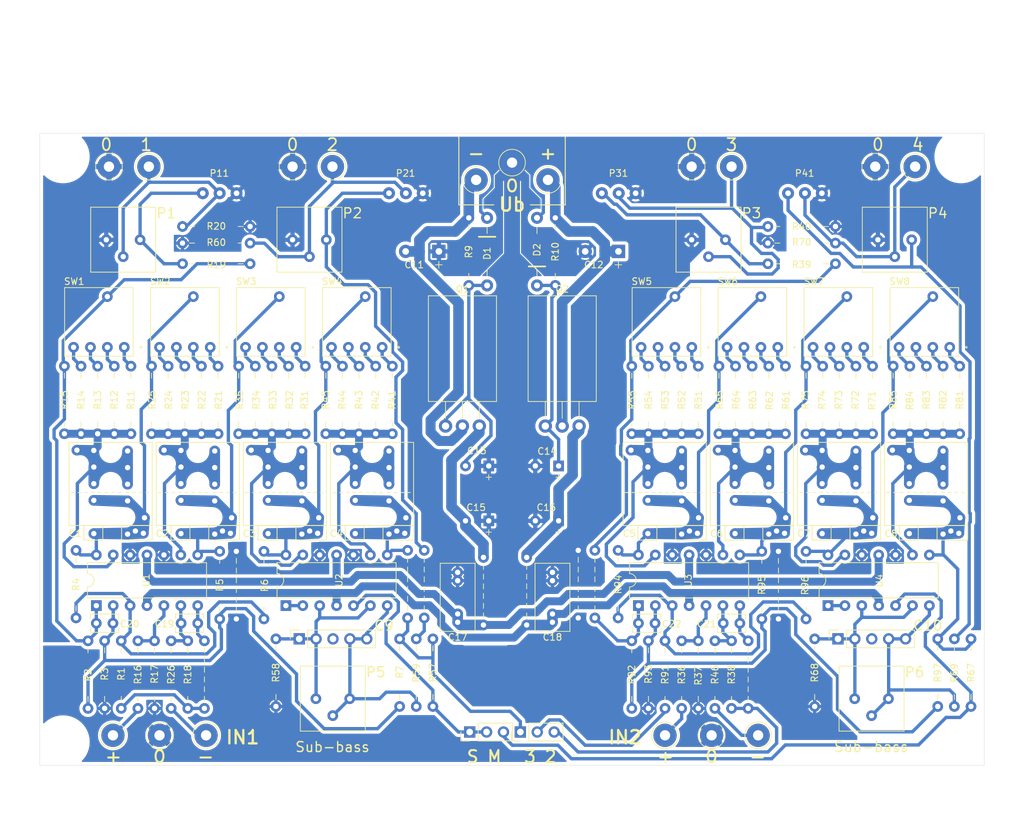
<source format=kicad_pcb>
(kicad_pcb (version 20211014) (generator pcbnew)
  (title_block (title "Thel SAC 30.2/30.3 (version 2011-2017)") (comment 1 "PCB is not the original -> but like the original = exactly the same component placement") (comment 2 "1 layer PCB / all THT components"))
  (layers (0 "F.Cu" signal) (31 "B.Cu" signal) (34 "B.Paste" user) (35 "F.Paste" user) (36 "B.SilkS" user "B.Silkscreen") (37 "F.SilkS" user "F.Silkscreen") (38 "B.Mask" user) (39 "F.Mask" user) (44 "Edge.Cuts" user))
  (net 0 "")
  (net 1 "Net-(C1-Pad1)")
  (net 2 "GND")
  (net 3 "Net-(C2-Pad1)")
  (net 4 "Net-(C3-Pad1)")
  (net 5 "Net-(C3-Pad2)")
  (net 6 "Net-(C4-Pad1)")
  (net 7 "Low1 out")
  (net 8 "Net-(C5-Pad1)")
  (net 9 "Net-(C5-Pad2)")
  (net 10 "Net-(C6-Pad1)")
  (net 11 "Net-(C6-Pad2)")
  (net 12 "Net-(C7-Pad1)")
  (net 13 "Net-(C7-Pad2)")
  (net 14 "Net-(C8-Pad1)")
  (net 15 "Low2 out")
  (net 16 "+UB_r")
  (net 17 "-UB_r")
  (net 18 "Net-(C9-Pad1)")
  (net 19 "HP1 out")
  (net 20 "Net-(C9-Pad4)")
  (net 21 "HP2 out")
  (net 22 "Net-(C10-Pad1)")
  (net 23 "Net-(C10-Pad4)")
  (net 24 "Net-(J4-Pad1)")
  (net 25 "Net-(J6-Pad1)")
  (net 26 "Net-(C1-Pad2)")
  (net 27 "Net-(J7-Pad1)")
  (net 28 "Net-(J9-Pad1)")
  (net 29 "Net-(J10-Pad1)")
  (net 30 "Net-(J12-Pad1)")
  (net 31 "Net-(J14-Pad1)")
  (net 32 "Net-(J16-Pad1)")
  (net 33 "Net-(P1-Pad3)")
  (net 34 "Net-(C2-Pad2)")
  (net 35 "Net-(P3-Pad3)")
  (net 36 "Net-(P4-Pad3)")
  (net 37 "Net-(R1-Pad2)")
  (net 38 "Net-(JP13-Pad1)")
  (net 39 "Net-(JP1-Pad1)")
  (net 40 "Net-(JP1-Pad3)")
  (net 41 "Net-(JP2-Pad2)")
  (net 42 "Net-(R11-Pad1)")
  (net 43 "Net-(R12-Pad1)")
  (net 44 "Net-(R13-Pad1)")
  (net 45 "Net-(C13-Pad2)")
  (net 46 "Net-(R21-Pad1)")
  (net 47 "Net-(R23-Pad1)")
  (net 48 "Net-(C14-Pad1)")
  (net 49 "Net-(R22-Pad1)")
  (net 50 "Net-(R24-Pad1)")
  (net 51 "Net-(C19-Pad1)")
  (net 52 "Net-(R31-Pad1)")
  (net 53 "Net-(R33-Pad1)")
  (net 54 "Net-(C19-Pad2)")
  (net 55 "Net-(R41-Pad1)")
  (net 56 "Net-(R32-Pad1)")
  (net 57 "Net-(R34-Pad1)")
  (net 58 "Net-(R43-Pad1)")
  (net 59 "Net-(C20-Pad1)")
  (net 60 "Net-(R42-Pad1)")
  (net 61 "Net-(R44-Pad1)")
  (net 62 "Net-(C21-Pad1)")
  (net 63 "Net-(C21-Pad2)")
  (net 64 "Net-(R51-Pad1)")
  (net 65 "Net-(R52-Pad1)")
  (net 66 "Net-(R53-Pad1)")
  (net 67 "Net-(R54-Pad1)")
  (net 68 "Net-(C11-Pad2)")
  (net 69 "Net-(R62-Pad1)")
  (net 70 "Net-(R64-Pad1)")
  (net 71 "Net-(C12-Pad1)")
  (net 72 "Net-(R73-Pad1)")
  (net 73 "Net-(R74-Pad1)")
  (net 74 "Net-(R61-Pad1)")
  (net 75 "Net-(R81-Pad1)")
  (net 76 "Net-(R63-Pad1)")
  (net 77 "Net-(R82-Pad1)")
  (net 78 "Net-(R84-Pad1)")
  (net 79 "Net-(C4-Pad2)")
  (net 80 "Net-(R71-Pad1)")
  (net 81 "Net-(R72-Pad1)")
  (net 82 "Net-(C22-Pad1)")
  (net 83 "Net-(C22-Pad2)")
  (net 84 "Net-(R83-Pad1)")
  (net 85 "Net-(R16-Pad2)")
  (net 86 "Net-(JP2-Pad3)")
  (net 87 "Net-(R36-Pad2)")
  (net 88 "Net-(JP3-Pad1)")
  (net 89 "Net-(R14-Pad1)")
  (net 90 "Net-(R91-Pad2)")
  (net 91 "Net-(U2-Pad1)")
  (net 92 "Net-(U4-Pad1)")
  (net 93 "Net-(JP13-Pad2)")
  (net 94 "Net-(C15-Pad2)")
  (net 95 "Net-(C16-Pad1)")
  (footprint "analoghifi:DRS_3016_4010" (layer "F.Cu") (at 190.025 79.16 180)
    (fp_text reference "SW5")
    (fp_text value "DRS4010" hide)
  )
  (footprint "analoghifi:CP_Radial_D8.0mm_P3.50mm_minimal_silk" (layer "F.Cu") (at 159.5 97 180)
    (fp_text reference "C13")
    (fp_text value "220uF/35V")
  )
  (footprint "Connector_PinSocket_2.54mm:PinSocket_1x05_P2.54mm_Vertical" (layer "F.Cu") (at 131 123 90)
    (fp_text reference "C9")
    (fp_text value "680nF")
  )
  (footprint "analoghifi:R_Axial_DIN0207_L6.3mm_D2.5mm_P10.16mm_Horizontal_minSilk" (layer "F.Cu") (at 181 133.45 90)
    (fp_text reference "R92")
    (fp_text value "10k")
  )
  (footprint "Package_DIP:DIP-14_W7.62mm" (layer "F.Cu") (at 129 118 90)
    (fp_text reference "U2")
    (fp_text value "MC33079")
  )
  (footprint "analoghifi:R_Axial_DIN0207_L6.3mm_D2.5mm_P10.16mm_Horizontal_minSilk" (layer "F.Cu") (at 99.25 133.45 90)
    (fp_text reference "R2")
    (fp_text value "10k")
  )
  (footprint "analoghifi:R_Axial_DIN0207_L6.3mm_D2.5mm_P10.16mm_Horizontal_minSilk" (layer "F.Cu") (at 186 133.45 90)
    (fp_text reference "R91")
    (fp_text value "10k")
  )
  (footprint "analoghifi:C_Multi_THT_1-Layer_alternative_2" (layer "F.Cu") (at 105.2 102.25)
    (fp_text reference "C1")
    (fp_text value "4,7nF/1%" hide)
  )
  (footprint "Capacitor_THT:C_Rect_L4.0mm_W2.5mm_P2.50mm" (layer "F.Cu") (at 113.25 120.65)
    (fp_text reference "C19")
    (fp_text value "10pF")
  )
  (footprint "analoghifi:R_Axial_DIN0207_L6.3mm_D2.5mm_P10.16mm_Horizontal_minSilk" (layer "F.Cu") (at 186 82 -90)
    (fp_text reference "R53")
    (fp_text value "68k")
  )
  (footprint "analoghifi:R_Axial_DIN0207_L6.3mm_D2.5mm_P10.16mm_Horizontal_minSilk" (layer "F.Cu") (at 113.46 63.5)
    (fp_text reference "R60")
    (fp_text value "2,4k")
  )
  (footprint "analoghifi:Loet_Pin_D1.5mm_L14.0mm" (layer "F.Cu") (at 190 52)
    (fp_text reference "J15" hide)
    (fp_text value "OUT3_0")
  )
  (footprint "analoghifi:CP_Radial_D8.0mm_P3.50mm_minimal_silk" (layer "F.Cu") (at 170 97 180)
    (fp_text reference "C14")
    (fp_text value "220uF/35V")
  )
  (footprint "analoghifi:R_Axial_DIN0207_L6.3mm_D2.5mm_P10.16mm_Horizontal_minSilk" (layer "F.Cu") (at 188.5 82 -90)
    (fp_text reference "R52")
    (fp_text value "130k")
  )
  (footprint "analoghifi:R_Axial_DIN0207_L6.3mm_D2.5mm_P10.16mm_Horizontal_minSilk" (layer "F.Cu") (at 142.5 82 -90)
    (fp_text reference "R42")
    (fp_text value "130k")
  )
  (footprint "analoghifi:Loet_Pin_D1.5mm_L14.0mm" (layer "F.Cu") (at 108.4 52)
    (fp_text reference "J10" hide)
    (fp_text value "OUT1")
  )
  (footprint "analoghifi:R_Axial_DIN0207_L6.3mm_D2.5mm_P10.16mm_Horizontal_minSilk" (layer "F.Cu") (at 116.3 82 -90)
    (fp_text reference "R22")
    (fp_text value "130k")
  )
  (footprint "analoghifi:R_Axial_DIN0207_L6.3mm_D2.5mm_P10.16mm_Horizontal_minSilk" (layer "F.Cu") (at 230.3 82 -90)
    (fp_text reference "R81")
    (fp_text value "270k")
  )
  (footprint "analoghifi:R_Axial_DIN0207_L6.3mm_D2.5mm_P10.16mm_Horizontal_minSilk" (layer "F.Cu") (at 123.62 61 180)
    (fp_text reference "R20")
    (fp_text value "2,4k")
  )
  (footprint "MountingHole:MountingHole_3.2mm_M3" (layer "F.Cu") (at 230.5 50.5)
    (fp_text reference "REF**" hide)
    (fp_text value "MountingHole_3.2mm_M3")
  )
  (footprint "analoghifi:R_Axial_DIN0207_L6.3mm_D2.5mm_P10.16mm_Horizontal_minSilk" (layer "F.Cu") (at 111.3 82 -90)
    (fp_text reference "R24")
    (fp_text value "33k")
  )
  (footprint "analoghifi:R_Axial_DIN0207_L6.3mm_D2.5mm_P10.16mm_Horizontal_minSilk" (layer "F.Cu") (at 104.25 133.45 90)
    (fp_text reference "R1")
    (fp_text value "10k")
  )
  (footprint "analoghifi:Loet_Pin_D1.5mm_L14.0mm" (layer "F.Cu") (at 196 52)
    (fp_text reference "J14" hide)
    (fp_text value "OUT3")
  )
  (footprint "analoghifi:Drahtbruecke_10.16mm" (layer "F.Cu") (at 149.8 119.85 90)
    (fp_text reference "JP13" hide)
    (fp_text value "Jumper_2_Bridged")
  )
  (footprint "MountingHole:MountingHole_3.2mm_M3" (layer "F.Cu") (at 95.5 138.5)
    (fp_text reference "REF**" hide)
    (fp_text value "MountingHole_3.2mm_M3")
  )
  (footprint "analoghifi:R_Axial_DIN0207_L6.3mm_D2.5mm_P10.16mm_Horizontal_minSilk" (layer "F.Cu") (at 101.75 123.29 -90)
    (fp_text reference "R3")
    (fp_text value "15k")
  )
  (footprint "analoghifi:R_Axial_DIN0207_L6.3mm_D2.5mm_P10.16mm_Horizontal_minSilk" (layer "F.Cu") (at 125.7 120 90)
    (fp_text reference "R6")
    (fp_text value "3,6k")
  )
  (footprint "analoghifi:CP_Radial_D10.0mm_P5.00mm_minmal_silk" (layer "F.Cu") (at 152 64.75 180)
    (fp_text reference "C11")
    (fp_text value "100uF/63V")
  )
  (footprint "analoghifi:Potentiometer_Bourns_3386P_Vertical" (layer "F.Cu") (at 102 63 -90)
    (fp_text reference "P1")
    (fp_text value "5k")
  )
  (footprint "analoghifi:R_Axial_DIN0207_L6.3mm_D2.5mm_P10.16mm_Horizontal_minSilk" (layer "F.Cu") (at 111.75 133.45 90)
    (fp_text reference "R26")
    (fp_text value "10k")
  )
  (footprint "analoghifi:Loet_Pin_D1.5mm_L14.0mm" (layer "F.Cu") (at 186 137.5)
    (fp_text reference "J7" hide)
    (fp_text value "IN2 +")
  )
  (footprint "analoghifi:DRS_3016_4010" (layer "F.Cu") (at 104.7 79.16 180)
    (fp_text reference "SW1")
    (fp_text value "DRS4010" hide)
  )
  (footprint "analoghifi:DRS_3016_4010" (layer "F.Cu") (at 130.55 79.16 180)
    (fp_text reference "SW3")
    (fp_text value "DRS4010" hide)
  )
  (footprint "analoghifi:R_Axial_DIN0207_L6.3mm_D2.5mm_P10.16mm_Horizontal_minSilk" (layer "F.Cu") (at 194.1 82 -90)
    (fp_text reference "R65")
    (fp_text value "51k")
  )
  (footprint "analoghifi:DRS_3016_4010" (layer "F.Cu") (at 143.475 79.16 180)
    (fp_text reference "SW4")
    (fp_text value "DRS4010" hide)
  )
  (footprint "analoghifi:Drahtbruecke_10.16mm" (layer "F.Cu") (at 158.7 110.75 -90)
    (fp_text reference "JP7" hide)
    (fp_text value "Jumper_2_Bridged")
  )
  (footprint "analoghifi:Loet_Pin_D1.5mm_L14.0mm" (layer "F.Cu") (at 193 137.5)
    (fp_text reference "J8" hide)
    (fp_text value "IN2 0 (GND)")
  )
  (footprint "analoghifi:R_Axial_DIN0207_L6.3mm_D2.5mm_P10.16mm_Horizontal_minSilk" (layer "F.Cu") (at 222.8 82 -90)
    (fp_text reference "R84")
    (fp_text value "33k")
  )
  (footprint "analoghifi:R_Axial_DIN0207_L6.3mm_D2.5mm_P10.16mm_Horizontal_minSilk" (layer "F.Cu") (at 131.9 82 -90)
    (fp_text reference "R31")
    (fp_text value "270k")
  )
  (footprint "analoghifi:D_DO-41_SOD81_P10.16mm_Horizontal_minSilk" (layer "F.Cu") (at 166.75 69.86 90)
    (fp_text reference "D2")
    (fp_text value "??V/1,3W/2%")
  )
  (footprint "Capacitor_THT:C_Rect_L10.0mm_W5.0mm_P5.00mm_P7.50mm" (layer "F.Cu") (at 169.075 120.5 90)
    (fp_text reference "C18")
    (fp_text value "100nF/Film")
  )
  (footprint "analoghifi:Drahtbruecke_10.16mm" (layer "F.Cu") (at 165.2 110.75 -90)
    (fp_text reference "JP8" hide)
    (fp_text value "Jumper_2_Bridged")
  )
  (footprint "analoghifi:DRS_3016_4010" (layer "F.Cu") (at 215.875 79.16 180)
    (fp_text reference "SW7")
    (fp_text value "DRS4010" hide)
  )
  (footprint "Connector_PinHeader_2.54mm:PinHeader_1x03_P2.54mm_Vertical" (layer "F.Cu") (at 164.25 137 90)
    (fp_text reference "JP2" hide)
    (fp_text value "Jumper_3_Bridged12")
  )
  (footprint "analoghifi:R_Axial_DIN0207_L6.3mm_D2.5mm_P10.16mm_Horizontal_minSilk" (layer "F.Cu") (at 209.7 82.005 -90)
    (fp_text reference "R74")
    (fp_text value "33k")
  )
  (footprint "analoghifi:DRS_3016_4010" (layer "F.Cu") (at 117.625 79.16 180)
    (fp_text reference "SW2")
    (fp_text value "DRS4010" hide)
  )
  (footprint "analoghifi:Potentiometer_Bourns_3386P_Vertical" (layer "F.Cu") (at 214.51 132 -90)
    (fp_text reference "P6")
    (fp_text value "10k")
  )
  (footprint "analoghifi:R_Axial_DIN0207_L6.3mm_D2.5mm_P10.16mm_Horizontal_minSilk" (layer "F.Cu") (at 211.62 66.6 180)
    (fp_text reference "R39")
    (fp_text value "100")
  )
  (footprint "analoghifi:R_Axial_DIN0207_L6.3mm_D2.5mm_P10.16mm_Horizontal_minSilk" (layer "F.Cu") (at 109.25 133.45 90)
    (fp_text reference "R17")
    (fp_text value "10k")
  )
  (footprint "analoghifi:Drahtbruecke_10.16mm" (layer "F.Cu") (at 203.05 120 90)
    (fp_text reference "JP12" hide)
    (fp_text value "Jumper_2_Bridged")
  )
  (footprint "analoghifi:Loet_Pin_D1.5mm_L14.0mm" (layer "F.Cu") (at 163 51.4)
    (fp_text reference "J2" hide)
    (fp_text value "UB 0 (GND)")
  )
  (footprint "analoghifi:TO-220-3_Horizontal_TabDown_no_hole" (layer "F.Cu") (at 153 91)
    (fp_text reference "Q1")
    (fp_text value "TIP137")
  )
  (footprint "analoghifi:R_Axial_DIN0207_L6.3mm_D2.5mm_P10.16mm_Horizontal_minSilk" (layer "F.Cu") (at 201.6 82 -90)
    (fp_text reference "R62")
    (fp_text value "130k")
  )
  (footprint "analoghifi:R_Axial_DIN0207_L6.3mm_D2.5mm_P10.16mm_Horizontal_minSilk" (layer "F.Cu") (at 217.2 82 -90)
    (fp_text reference "R71")
    (fp_text value "270k")
  )
  (footprint "analoghifi:R_Axial_DIN0207_L6.3mm_D2.5mm_P10.16mm_Horizontal_minSilk" (layer "F.Cu") (at 156.5 59.7 -90)
    (fp_text reference "R9")
    (fp_text value "3,6k")
  )
  (footprint "analoghifi:R_Axial_DIN0207_L6.3mm_D2.5mm_P10.16mm_Horizontal_minSilk" (layer "F.Cu") (at 119.05 120 90)
    (fp_text reference "R5")
    (fp_text value "2,4k")
  )
  (footprint "analoghifi:R_Axial_DIN0207_L6.3mm_D2.5mm_P10.16mm_Horizontal_minSilk" (layer "F.Cu") (at 227 133.16 90)
    (fp_text reference "R97")
    (fp_text value "10k")
  )
  (footprint "analoghifi:C_Multi_THT_1-Layer_alternative_2" (layer "F.Cu") (at 144.5 102.25)
    (fp_text reference "C4")
    (fp_text value "4,7nF/1%" hide)
  )
  (footprint "Connector_PinHeader_2.54mm:PinHeader_1x03_P2.54mm_Vertical" (layer "F.Cu") (at 156.63 137 90)
    (fp_text reference "JP1" hide)
    (fp_text value "Jumper_3_Bridged12")
  )
  (footprint "analoghifi:R_Axial_DIN0207_L6.3mm_D2.5mm_P10.16mm_Horizontal_minSilk" (layer "F.Cu") (at 123.62 66.6 180)
    (fp_text reference "R19")
    (fp_text value "100")
  )
  (footprint "analoghifi:Loet_Pin_D1.5mm_L14.0mm" (layer "F.Cu") (at 136 52)
    (fp_text reference "J12" hide)
    (fp_text value "OUT2")
  )
  (footprint "analoghifi:Loet_Pin_D1.5mm_L14.0mm" (layer "F.Cu") (at 130 52)
    (fp_text reference "J13" hide)
    (fp_text value "OUT2_0")
  )
  (footprint "analoghifi:R_Axial_DIN0207_L6.3mm_D2.5mm_P10.16mm_Horizontal_minSilk" (layer "F.Cu") (at 145 82 -90)
    (fp_text reference "R41")
    (fp_text value "270k")
  )
  (footprint "analoghifi:Potentiometer_Bourns_3386P_Vertical" (layer "F.Cu") (at 133.51 132 -90)
    (fp_text reference "P5")
    (fp_text value "10k")
  )
  (footprint "analoghifi:R_Axial_DIN0207_L6.3mm_D2.5mm_P10.16mm_Horizontal_minSilk" (layer "F.Cu") (at 146.1 133.16 90)
    (fp_text reference "R7")
    (fp_text value "10k")
  )
  (footprint "analoghifi:R_Axial_DIN0207_L6.3mm_D2.5mm_P10.16mm_Horizontal_minSilk" (layer "F.Cu") (at 98.2 82 -90)
    (fp_text reference "R14")
    (fp_text value "33k")
  )
  (footprint "analoghifi:D_DO-41_SOD81_P10.16mm_Horizontal_minSilk" (layer "F.Cu") (at 159.25 59.7 -90)
    (fp_text reference "D1")
    (fp_text value "??V/1,3W/2%")
  )
  (footprint "analoghifi:Potentiometer_TKD_CP601" (layer "F.Cu") (at 204.5 56 90)
    (fp_text reference "P41")
    (fp_text value "5k")
  )
  (footprint "analoghifi:C_Multi_THT_1-Layer_alternative_2" (layer "F.Cu") (at 131.4 102.25)
    (fp_text reference "C3")
    (fp_text value "4,7nF/1%" hide)
  )
  (footprint "analoghifi:R_Axial_DIN0207_L6.3mm_D2.5mm_P10.16mm_Horizontal_minSilk" (layer "F.Cu") (at 229.5 133.16 90)
    (fp_text reference "R69")
    (fp_text value "100")
  )
  (footprint "analoghifi:R_Axial_DIN0207_L6.3mm_D2.5mm_P10.16mm_Horizontal_minSilk" (layer "F.Cu") (at 191 133.45 90)
    (fp_text reference "R37")
    (fp_text value "10k")
  )
  (footprint "Capacitor_THT:C_Rect_L4.0mm_W2.5mm_P2.50mm" (layer "F.Cu") (at 194.75 120.65)
    (fp_text reference "C21")
    (fp_text value "10pF")
  )
  (footprint "analoghifi:Potentiometer_Bourns_3386P_Vertical" (layer "F.Cu") (at 190 63 -90)
    (fp_text reference "P3")
    (fp_text value "5k")
  )
  (footprint "analoghifi:R_Axial_DIN0207_L6.3mm_D2.5mm_P10.16mm_Horizontal_minSilk" (layer "F.Cu") (at 108.8 82 -90)
    (fp_text reference "R25")
    (fp_text value "51k")
  )
  (footprint "analoghifi:C_Multi_THT_1-Layer_alternative_2" (layer "F.Cu") (at 227.8 102.25)
    (fp_text reference "C8")
    (fp_text value "4,7nF/1%" hide)
  )
  (footprint "analoghifi:R_Axial_DIN0207_L6.3mm_D2.5mm_P10.16mm_Horizontal_minSilk" (layer "F.Cu") (at 105.7 82 -90)
    (fp_text reference "R11")
    (fp_text value "270k")
  )
  (footprint "analoghifi:R_Axial_DIN0207_L6.3mm_D2.5mm_P10.16mm_Horizontal_minSilk" (layer "F.Cu") (at 100.7 82 -90)
    (fp_text reference "R13")
    (fp_text value "68k")
  )
  (footprint "analoghifi:R_Axial_DIN0207_L6.3mm_D2.5mm_P10.16mm_Horizontal_minSilk" (layer "F.Cu") (at 204.1 82 -90)
    (fp_text reference "R61")
    (fp_text value "270k")
  )
  (footprint "analoghifi:R_Axial_DIN0207_L6.3mm_D2.5mm_P10.16mm_Horizontal_minSilk" (layer "F.Cu") (at 208.5 133.16 90)
    (fp_text reference "R68")
    (fp_text value "3,6k")
  )
  (footprint "Package_DIP:DIP-14_W7.62mm" (layer "F.Cu") (at 100.5 118 90)
    (fp_text reference "U1")
    (fp_text value "MC33079")
  )
  (footprint "analoghifi:R_Axial_DIN0207_L6.3mm_D2.5mm_P10.16mm_Horizontal_minSilk" (layer "F.Cu") (at 220.3 82 -90)
    (fp_text reference "R85")
    (fp_text value "51k")
  )
  (footprint "analoghifi:R_Axial_DIN0207_L6.3mm_D2.5mm_P10.16mm_Horizontal_minSilk" (layer "F.Cu") (at 129.4 82 -90)
    (fp_text reference "R32")
    (fp_text value "130k")
  )
  (footprint "analoghifi:Potentiometer_Bourns_3386P_Vertical" (layer "F.Cu") (at 218 63 -90)
    (fp_text reference "P4")
    (fp_text value "5k")
  )
  (footprint "analoghifi:CP_Radial_D10.0mm_P5.00mm_minmal_silk" (layer "F.Cu") (at 179 64.75 180)
    (fp_text reference "C12")
    (fp_text value "100uF/63V")
  )
  (footprint "analoghifi:R_Axial_DIN0207_L6.3mm_D2.5mm_P10.16mm_Horizontal_minSilk" (layer "F.Cu") (at 188.5 133.45 90)
    (fp_text reference "R36")
    (fp_text value "100")
  )
  (footprint "analoghifi:R_Axial_DIN0207_L6.3mm_D2.5mm_P10.16mm_Horizontal_minSilk" (layer "F.Cu") (at 212.2 82 -90)
    (fp_text reference "R73")
    (fp_text value "68k")
  )
  (footprint "analoghifi:R_Axial_DIN0207_L6.3mm_D2.5mm_P10.16mm_Horizontal_minSilk" (layer "F.Cu") (at 137.5 82 -90)
    (fp_text reference "R44")
    (fp_text value "33k")
  )
  (footprint "analoghifi:Drahtbruecke_10.16mm" (layer "F.Cu") (at 172.95 119.85 90)
    (fp_text reference "JP10" hide)
    (fp_text value "Jumper_2_Bridged")
  )
  (footprint "analoghifi:R_Axial_DIN0207_L6.3mm_D2.5mm_P10.16mm_Horizontal_minSilk" (layer "F.Cu") (at 135 82 -90)
    (fp_text reference "R45")
    (fp_text value "51k")
  )
  (footprint "analoghifi:R_Axial_DIN0207_L6.3mm_D2.5mm_P10.16mm_Horizontal_minSilk" (layer "F.Cu") (at 113.8 82 -90)
    (fp_text reference "R23")
    (fp_text value "68k")
  )
  (footprint "analoghifi:R_Axial_DIN0207_L6.3mm_D2.5mm_P10.16mm_Horizontal_minSilk" (layer "F.Cu") (at 201.46 63.5)
    (fp_text reference "R70")
    (fp_text value "2,4k")
  )
  (footprint "analoghifi:Loet_Pin_D1.5mm_L14.0mm" (layer "F.Cu") (at 168.4 54)
    (fp_text reference "J1" hide)
    (fp_text value "+UB")
  )
  (footprint "analoghifi:R_Axial_DIN0207_L6.3mm_D2.5mm_P10.16mm_Horizontal_minSilk" (layer "F.Cu") (at 118.8 82 -90)
    (fp_text reference "R21")
    (fp_text value "270k")
  )
  (footprint "Package_DIP:DIP-14_W7.62mm" (layer "F.Cu") (at 210.5 118 90)
    (fp_text reference "U4")
    (fp_text value "MC33079")
  )
  (footprint "analoghifi:Potentiometer_TKD_CP601" (layer "F.Cu") (at 144.5 56 90)
    (fp_text reference "P21")
    (fp_text value "5k")
  )
  (footprint "analoghifi:TO-220-3_Horizontal_TabDown_no_hole" (layer "F.Cu") (at 168 91)
    (fp_text reference "Q2")
    (fp_text value "TIP132")
  )
  (footprint "analoghifi:R_Axial_DIN0207_L6.3mm_D2.5mm_P10.16mm_Horizontal_minSilk" (layer "F.Cu") (at 124.4 82 -90)
    (fp_text reference "R34")
    (fp_text value "33k")
  )
  (footprint "analoghifi:R_Axial_DIN0207_L6.3mm_D2.5mm_P10.16mm_Horizontal_minSilk" (layer "F.Cu") (at 181 82 -90)
    (fp_text reference "R55")
    (fp_text value "51k")
  )
  (footprint "analoghifi:R_Axial_DIN0207_L6.3mm_D2.5mm_P10.16mm_Horizontal_minSilk" (layer "F.Cu") (at 103.2 82 -90)
    (fp_text reference "R12")
    (fp_text value "130k")
  )
  (footprint "analoghifi:R_Axial_DIN0207_L6.3mm_D2.5mm_P10.16mm_Horizontal_minSilk" (layer "F.Cu") (at 148.6 133.16 90)
    (fp_text reference "R59")
    (fp_text value "100")
  )
  (footprint "analoghifi:Potentiometer_TKD_CP601" (layer "F.Cu") (at 176.5 56 90)
    (fp_text reference "P31")
    (fp_text value "5k")
  )
  (footprint "Connector_PinSocket_2.54mm:PinSocket_1x05_P2.54mm_Vertical" (layer "F.Cu") (at 212 123 90)
    (fp_text reference "C10")
    (fp_text value "680nF")
  )
  (footprint "analoghifi:R_Axial_DIN0207_L6.3mm_D2.5mm_P10.16mm_Horizontal_minSilk" (layer "F.Cu") (at 191 82 -90)
    (fp_text reference "R51")
    (fp_text value "270k")
  )
  (footprint "analoghifi:R_Axial_DIN0207_L6.3mm_D2.5mm_P10.16mm_Horizontal_minSilk" (layer "F.Cu") (at 169.5 69.86 90)
    (fp_text reference "R10")
    (fp_text value "3,6k")
  )
  (footprint "analoghifi:Loet_Pin_D1.5mm_L14.0mm" (layer "F.Cu") (at 103 137.5)
    (fp_text reference "J4" hide)
    (fp_text value "IN1 +")
  )
  (footprint "analoghifi:R_Axial_DIN0207_L6.3mm_D2.5mm_P10.16mm_Horizontal_minSilk" (layer "F.Cu") (at 106.75 133.45 90)
    (fp_text reference "R16")
    (fp_text value "100")
  )
  (footprint "analoghifi:C_Multi_THT_1-Layer_alternative_2" (layer "F.Cu") (at 201.6 102.25)
    (fp_text reference "C6")
    (fp_text value "4,7nF/1%" hide)
  )
  (footprint "analoghifi:C_Multi_THT_1-Layer_alternative_2" (layer "F.Cu") (at 118.3 102.25)
    (fp_text reference "C2")
    (fp_text value "4,7nF/1%" hide)
  )
  (footprint "analoghifi:DRS_3016_4010" (layer "F.Cu") (at 202.95 79.16 180)
    (fp_text reference "SW6")
    (fp_text value "DRS4010" hide)
  )
  (footprint "MountingHole:MountingHole_3.2mm_M3" (layer "F.Cu") (at 95.5 50.5)
    (fp_text reference "REF**" hide)
    (fp_text value "MountingHole_3.2mm_M3")
  )
  (footprint "analoghifi:CP_Radial_D8.0mm_P3.50mm_minimal_silk" (layer "F.Cu") (at 159.5 105.25 180)
    (fp_text reference "C15")
    (fp_text value "220uF/35V")
  )
  (footprint "analoghifi:Drahtbruecke_10.16mm" (layer "F.Cu") (at 121.55 109.84 -90)
    (fp_text reference "JP11" hide)
    (fp_text value "Jumper_2_Bridged")
  )
  (footprint "Capacitor_THT:C_Rect_L4.0mm_W2.5mm_P2.50mm" (layer "F.Cu") (at 184.5 120.65 180)
    (fp_text reference "C22")
    (fp_text value "10pF")
  )
  (footprint "analoghifi:R_Axial_DIN0207_L6.3mm_D2.5mm_P10.16mm_Horizontal_minSilk" (layer "F.Cu") (at 200.55 120 90)
    (fp_text reference "R95")
    (fp_text value "2,4k")
  )
  (footprint "analoghifi:R_Axial_DIN0207_L6.3mm_D2.5mm_P10.16mm_Horizontal_minSilk" (layer "F.Cu") (at 114.25 123.29 -90)
    (fp_text reference "R18")
    (fp_text value "22k")
  )
  (footprint "analoghifi:R_Axial_DIN0207_L6.3mm_D2.5mm_P10.16mm_Horizontal_minSilk" (layer "F.Cu") (at 95.7 82 -90)
    (fp_text reference "R15")
    (fp_text value "51k")
  )
  (footprint "analoghifi:R_Axial_DIN0207_L6.3mm_D2.5mm_P10.16mm_Horizontal_minSilk" (layer "F.Cu") (at 127.5 133.16 90)
    (fp_text reference "R58")
    (fp_text value "3,6k")
  )
  (footprint "analoghifi:R_Axial_DIN0207_L6.3mm_D2.5mm_P10.16mm_Horizontal_minSilk" (layer "F.Cu") (at 183.5 123.29 -90)
    (fp_text reference "R93")
    (fp_text value "15k")
  )
  (footprint "Capacitor_THT:C_Rect_L10.0mm_W5.0mm_P5.00mm_P7.50mm" (layer "F.Cu") (at 154.825 113 -90)
    (fp_text reference "C17")
    (fp_text value "100nF/Film")
  )
  (footprint "analoghifi:R_Axial_DIN0207_L6.3mm_D2.5mm_P10.16mm_Horizontal_minSilk" (layer "F.Cu") (at 126.9 82 -90)
    (fp_text reference "R33")
    (fp_text value "68k")
  )
  (footprint "analoghifi:Drahtbruecke_10.16mm" (layer "F.Cu") (at 147.3 109.69 -90)
    (fp_text reference "JP4" hide)
    (fp_text value "Jumper_2_Bridged")
  )
  (footprint "Capacitor_THT:C_Rect_L4.0mm_W2.5mm_P2.50mm" (layer "F.Cu") (at 103 120.65 180)
    (fp_text reference "C20")
    (fp_text value "10pF")
  )
  (footprint "analoghifi:R_Axial_DIN0207_L6.3mm_D2.5mm_P10.16mm_Horizontal_minSilk" (layer "F.Cu") (at 178.95 119.85 90)
    (fp_text reference "R94")
    (fp_text value "3,6k")
  )
  (footprint "analoghifi:C_Multi_THT_1-Layer_alternative_2" (layer "F.Cu") (at 188.5 102.25)
    (fp_text reference "C5")
    (fp_text value "4,7nF/1%" hide)
  )
  (footprint "Package_DIP:DIP-14_W7.62mm" (layer "F.Cu") (at 182 118 90)
    (fp_text reference "U3")
    (fp_text value "MC33079")
  )
  (footprint "analoghifi:R_Axial_DIN0207_L6.3mm_D2.5mm_P10.16mm_Horizontal_minSilk" (layer "F.Cu") (at 214.7 82 -90)
    (fp_text reference "R72")
    (fp_text value "130k")
  )
  (footprint "analoghifi:R_Axial_DIN0207_L6.3mm_D2.5mm_P10.16mm_Horizontal_minSilk" (layer "F.Cu") (at 151.1 123 -90)
    (fp_text reference "R57")
    (fp_text value "2,4k")
  )
  (footprint "analoghifi:Loet_Pin_D1.5mm_L14.0mm" (layer "F.Cu") (at 110 137.5)
    (fp_text reference "J5" hide)
    (fp_text value "IN1 0 (GND)")
  )
  (footprint "analoghifi:R_Axial_DIN0207_L6.3mm_D2.5mm_P10.16mm_Horizontal_minSilk" (layer "F.Cu") (at 121.9 82 -90)
    (fp_text reference "R35")
    (fp_text value "51k")
  )
  (footprint "analoghifi:R_Axial_DIN0207_L6.3mm_D2.5mm_P10.16mm_Horizontal_minSilk" (layer "F.Cu") (at 140 82 -90)
    (fp_text reference "R43")
    (fp_text value "68k")
  )
  (footprint "analoghifi:Drahtbruecke_10.16mm" (layer "F.Cu") (at 116.75 133.45 90)
    (fp_text reference "JP3" hide)
    (fp_text value "Jumper_2_Bridged")
  )
  (footprint "analoghifi:R_Axial_DIN0207_L6.3mm_D2.5mm_P10.16mm_Horizontal_minSilk" (layer "F.Cu") (at 211.62 61 180)
    (fp_text reference "R40")
    (fp_text value "2,4k")
  )
  (footprint "analoghifi:C_Multi_THT_1-Layer_alternative_2" (layer "F.Cu") (at 214.7 102.25)
    (fp_text reference "C7")
    (fp_text value "4,7nF/1%" hide)
  )
  (footprint "analoghifi:Loet_Pin_D1.5mm_L14.0mm" (layer "F.Cu") (at 200 137.5)
    (fp_text reference "J9" hide)
    (fp_text value "IN2 -")
  )
  (footprint "analoghifi:Potentiometer_TKD_CP601" (layer "F.Cu") (at 116.5 56 90)
    (fp_text reference "P11")
    (fp_text value "5k")
  )
  (footprint "analoghifi:Loet_Pin_D1.5mm_L14.0mm" (layer "F.Cu") (at 102.4 52)
    (fp_text reference "J11" hide)
    (fp_text value "OUT1_0")
  )
  (footprint "analoghifi:R_Axial_DIN0207_L6.3mm_D2.5mm_P10.16mm_Horizontal_minSilk" (layer "F.Cu") (at 193.5 133.45 90)
    (fp_text reference "R46")
    (fp_text value "10k")
  )
  (footprint "analoghifi:R_Axial_DIN0207_L6.3mm_D2.5mm_P10.16mm_Horizontal_minSilk" (layer "F.Cu") (at 227.8 82 -90)
    (fp_text reference "R82")
    (fp_text value "130k")
  )
  (footprint "analoghifi:Loet_Pin_D1.5mm_L14.0mm" (layer "F.Cu") (at 157.6 54)
    (fp_text reference "J3" hide)
    (fp_text value "-UB")
  )
  (footprint "analoghifi:Potentiometer_Bourns_3386P_Vertical" (layer "F.Cu") (at 130 63 -90)
    (fp_text reference "P2")
    (fp_text value "5k")
  )
  (footprint "analoghifi:Drahtbruecke_10.16mm" (layer "F.Cu") (at 198.5 133.45 90)
    (fp_text reference "JP5" hide)
    (fp_text value "Jumper_2_Bridged")
  )
  (footprint "analoghifi:R_Axial_DIN0207_L6.3mm_D2.5mm_P10.16mm_Horizontal_minSilk" (layer "F.Cu") (at 183.5 82 -90)
    (fp_text reference "R54")
    (fp_text value "33k")
  )
  (footprint "analoghifi:R_Axial_DIN0207_L6.3mm_D2.5mm_P10.16mm_Horizontal_minSilk" (layer "F.Cu") (at 196.6 82 -90)
    (fp_text reference "R64")
    (fp_text value "33k")
  )
  (footprint "analoghifi:Drahtbruecke_10.16mm" (layer "F.Cu") (at 175.45 119.85 90)
    (fp_text reference "JP9" hide)
    (fp_text value "Jumper_2_Bridged")
  )
  (footprint "analoghifi:CP_Radial_D8.0mm_P3.50mm_minimal_silk" (layer "F.Cu") (at 170 105.25 180)
    (fp_text reference "C16")
    (fp_text value "220uF/35V")
  )
  (footprint "analoghifi:R_Axial_DIN0207_L6.3mm_D2.5mm_P10.16mm_Horizontal_minSilk" (layer "F.Cu") (at 207.2 82.005 -90)
    (fp_text reference "R75")
    (fp_text value "51k")
  )
  (footprint "analoghifi:R_Axial_DIN0207_L6.3mm_D2.5mm_P10.16mm_Horizontal_minSilk" (layer "F.Cu") (at 196 123.29 -90)
    (fp_text reference "R38")
    (fp_text value "22k")
  )
  (footprint "analoghifi:R_Axial_DIN0207_L6.3mm_D2.5mm_P10.16mm_Horizontal_minSilk" (layer "F.Cu") (at 199.1 82 -90)
    (fp_text reference "R63")
    (fp_text value "68k")
  )
  (footprint "MountingHole:MountingHole_3.2mm_M3" (layer "F.Cu") (at 230.5 138.5)
    (fp_text reference "REF**" hide)
    (fp_text value "MountingHole_3.2mm_M3")
  )
  (footprint "analoghifi:Loet_Pin_D1.5mm_L14.0mm" (layer "F.Cu") (at 217.6 52)
    (fp_text reference "J17" hide)
    (fp_text value "OUT4_0")
  )
  (footprint "analoghifi:R_Axial_DIN0207_L6.3mm_D2.5mm_P10.16mm_Horizontal_minSilk" (layer "F.Cu") (at 232 123 -90)
    (fp_text reference "R67")
    (fp_text value "2,4k")
  )
  (footprint "analoghifi:Loet_Pin_D1.5mm_L14.0mm" (layer "F.Cu") (at 223.6 52)
    (fp_text reference "J16" hide)
    (fp_text value "OUT4")
  )
  (footprint "analoghifi:DRS_3016_4010" (layer "F.Cu") (at 228.8 79.16 180)
    (fp_text reference "SW8")
    (fp_text value "DRS4010" hide)
  )
  (footprint "analoghifi:R_Axial_DIN0207_L6.3mm_D2.5mm_P10.16mm_Horizontal_minSilk" (layer "F.Cu") (at 97.45 119.85 90)
    (fp_text reference "R4")
    (fp_text value "3,6k")
  )
  (footprint "analoghifi:R_Axial_DIN0207_L6.3mm_D2.5mm_P10.16mm_Horizontal_minSilk" (layer "F.Cu") (at 207.2 120 90)
    (fp_text reference "R96")
    (fp_text value "3,6k")
  )
  (footprint "analoghifi:R_Axial_DIN0207_L6.3mm_D2.5mm_P10.16mm_Horizontal_minSilk" (layer "F.Cu") (at 225.3 82 -90)
    (fp_text reference "R83")
    (fp_text value "68k")
  )
  (footprint "analoghifi:Loet_Pin_D1.5mm_L14.0mm" (layer "F.Cu") (at 117 137.5)
    (fp_text reference "J6" hide)
    (fp_text value "IN1 -")
  )
  (gr_line (start 165.75 57.75) (end 171 57.75) (layer "F.SilkS") (width 0.15))
  (gr_line (start 160.25 57.75) (end 155 57.75) (layer "F.SilkS") (width 0.15))
  (gr_line (start 155 57.75) (end 155 47.5) (layer "F.SilkS") (width 0.15))
  (gr_line (start 171 57.75) (end 171 47.5) (layer "F.SilkS") (width 0.15))
  (gr_line (start 92 47) (end 234 47) (layer "Edge.Cuts") (width 0.05))
  (gr_line (start 234 47) (end 234 142) (layer "Edge.Cuts") (width 0.05))
  (gr_line (start 234 142) (end 92 142) (layer "Edge.Cuts") (width 0.05))
  (gr_line (start 92 142) (end 92 47) (layer "Edge.Cuts") (width 0.05))
  (gr_text "0" (at 102 48.7) (layer "F.SilkS") (effects (font (size 1.8 1.8) (thickness 0.254))))
  (gr_text "+   0   -" (at 193 140.7) (layer "F.SilkS") (effects (font (size 1.8 2.05) (thickness 0.3))))
  (gr_text "IN2" (at 180 137.8) (layer "F.SilkS") (effects (font (size 2 2) (thickness 0.35))))
  (gr_text "3 2" (at 167.25 140.7) (layer "F.SilkS") (effects (font (size 1.8 1.8) (thickness 0.3))))
  (gr_text "2" (at 136 48.7) (layer "F.SilkS") (effects (font (size 1.8 1.8) (thickness 0.254))))
  (gr_text "Ub" (at 163 57.7) (layer "F.SilkS") (effects (font (size 2 2) (thickness 0.35))))
  (gr_text "-" (at 157.6 50) (layer "F.SilkS") (effects (font (size 1.8 2.05) (thickness 0.3))))
  (gr_text "S M" (at 158.8 140.7) (layer "F.SilkS") (effects (font (size 1.8 1.8) (thickness 0.3))))
  (gr_text "3" (at 196 48.7) (layer "F.SilkS") (effects (font (size 1.8 1.8) (thickness 0.254))))
  (gr_text "0" (at 163 54.9) (layer "F.SilkS") (effects (font (size 1.8 2.05) (thickness 0.3))))
  (gr_text "Sub-bass" (at 136 139.25) (layer "F.SilkS") (effects (font (size 1.5 1.5) (thickness 0.2))))
  (gr_text "+" (at 168.4 50) (layer "F.SilkS") (effects (font (size 1.8 2.05) (thickness 0.3))))
  (gr_text "4" (at 224 48.7) (layer "F.SilkS") (effects (font (size 1.8 1.8) (thickness 0.254))))
  (gr_text "0" (at 130 48.7) (layer "F.SilkS") (effects (font (size 1.8 1.8) (thickness 0.254))))
  (gr_text "0" (at 190 48.7) (layer "F.SilkS") (effects (font (size 1.8 1.8) (thickness 0.254))))
  (gr_text "+   0   -" (at 110 140.7) (layer "F.SilkS") (effects (font (size 1.8 2.05) (thickness 0.3))))
  (gr_text "Sub-bass" (at 217 139.25) (layer "F.SilkS") (effects (font (size 1.5 1.5) (thickness 0.2))))
  (gr_text "1" (at 108 48.7) (layer "F.SilkS") (effects (font (size 1.8 1.8) (thickness 0.254))))
  (gr_text "IN1" (at 122.5 137.8) (layer "F.SilkS") (effects (font (size 2 2) (thickness 0.35))))
  (gr_text "0" (at 218 48.7) (layer "F.SilkS") (effects (font (size 1.8 1.8) (thickness 0.254))))
  (segment (start 105.2 94.75) (end 105.2 99.75) (width 0.5) (layer "B.Cu") (net 1))
  (segment (start 95.67 110.7) (end 97.12 112.15) (width 0.5) (layer "B.Cu") (net 1))
  (segment (start 100.08 94.63) (end 100.12 94.67) (width 0.5) (layer "B.Cu") (net 1))
  (segment (start 100.7 92.16) (end 100.7 94.09) (width 1.2) (layer "B.Cu") (net 1))
  (segment (start 95.67 108.7) (end 95.67 110.7) (width 0.5) (layer "B.Cu") (net 1))
  (segment (start 105.7 92.16) (end 95.7 92.16) (width 1.2) (layer "B.Cu") (net 1))
  (segment (start 100.7 94.09) (end 100.12 94.67) (width 1.2) (layer "B.Cu") (net 1))
  (segment (start 100.12 94.67) (end 100.12 99.67) (width 0.5) (layer "B.Cu") (net 1))
  (segment (start 97.58 94.63) (end 100.08 94.63) (width 0.5) (layer "B.Cu") (net 1))
  (segment (start 100.12 97.17) (end 97.65 99.64) (width 0.5) (layer "B.Cu") (net 1))
  (segment (start 105.12 97.17) (end 105.2 97.25) (width 0.5) (layer "B.Cu") (net 1))
  (segment (start 100.12 97.17) (end 105.12 97.17) (width 0.5) (layer "B.Cu") (net 1))
  (segment (start 102.1 112.15) (end 103.04 111.21) (width 0.5) (layer "B.Cu") (net 1))
  (segment (start 97.65 99.64) (end 97.65 106.72) (width 0.5) (layer "B.Cu") (net 1))
  (segment (start 103.04 111.21) (end 103.04 110.38) (width 0.5) (layer "B.Cu") (net 1))
  (segment (start 97.65 106.72) (end 95.67 108.7) (width 0.5) (layer "B.Cu") (net 1))
  (segment (start 97.12 112.15) (end 102.1 112.15) (width 0.5) (layer "B.Cu") (net 1))
  (segment (start 203.05 109.69) (end 202.741341 109.69) (width 0.5) (layer "B.Cu") (net 2))
  (segment (start 167.703816 58.896184) (end 167.703816 56.696184) (width 0.5) (layer "B.Cu") (net 2))
  (segment (start 161.89 51) (end 163 51) (width 0.5) (layer "B.Cu") (net 2))
  (segment (start 158.3 56.75) (end 158.3 58.75) (width 0.5) (layer "B.Cu") (net 2))
  (segment (start 167.703816 58.896184) (end 166.9 59.7) (width 0.5) (layer "B.Cu") (net 2))
  (segment (start 166.75 59.7) (end 166.9 59.7) (width 0.5) (layer "B.Cu") (net 2))
  (segment (start 139.16 110.38) (end 139.302 110.38) (width 0.5) (layer "B.Cu") (net 2))
  (segment (start 163 51) (end 164.1 51) (width 0.5) (layer "B.Cu") (net 2))
  (segment (start 158.3 58.75) (end 159.25 59.7) (width 0.5) (layer "B.Cu") (net 2))
  (segment (start 118.8 92.16) (end 108.8 92.16) (width 1.2) (layer "B.Cu") (net 3))
  (segment (start 113.22 97.17) (end 118.22 97.17) (width 0.5) (layer "B.Cu") (net 3))
  (segment (start 113.2 109.341341) (end 113.2 110.38) (width 0.5) (layer "B.Cu") (net 3))
  (segment (start 113.18 94.63) (end 113.22 94.67) (width 0.5) (layer "B.Cu") (net 3))
  (segment (start 113.8 92.16) (end 113.8 94.09) (width 1.2) (layer "B.Cu") (net 3))
  (segment (start 113.22 94.67) (end 113.22 99.67) (width 0.5) (layer "B.Cu") (net 3))
  (segment (start 113.22 97.17) (end 110.75 99.64) (width 0.5) (layer "B.Cu") (net 3))
  (segment (start 118.22 97.17) (end 118.3 97.25) (width 0.5) (layer "B.Cu") (net 3))
  (segment (start 110.75 99.64) (end 110.75 106.891341) (width 0.5) (layer "B.Cu") (net 3))
  (segment (start 118.3 94.75) (end 118.3 99.75) (width 0.5) (layer "B.Cu") (net 3))
  (segment (start 110.68 94.63) (end 113.18 94.63) (width 0.5) (layer "B.Cu") (net 3))
  (segment (start 110.75 106.891341) (end 113.2 109.341341) (width 0.5) (layer "B.Cu") (net 3))
  (segment (start 113.8 94.09) (end 113.22 94.67) (width 1.2) (layer "B.Cu") (net 3))
  (segment (start 127.808179 111.37952) (end 126.351821 111.37952) (width 0.5) (layer "B.Cu") (net 4))
  (segment (start 126.32 94.67) (end 126.32 99.67) (width 0.5) (layer "B.Cu") (net 4))
  (segment (start 129.64183 111.929511) (end 128.35817 111.929511) (width 0.5) (layer "B.Cu") (net 4))
  (segment (start 125.05817 111.389511) (end 123.85 110.181341) (width 0.5) (layer "B.Cu") (net 4))
  (segment (start 131.54 110.38) (end 131.191341 110.38) (width 0.5) (layer "B.Cu") (net 4))
  (segment (start 131.32 97.17) (end 131.4 97.25) (width 0.5) (layer "B.Cu") (net 4))
  (segment (start 121.9 92.16) (end 131.9 92.16) (width 1.2) (layer "B.Cu") (net 4))
  (segment (start 131.4 94.75) (end 131.4 99.75) (width 0.5) (layer "B.Cu") (net 4))
  (segment (start 123.85 110.181341) (end 123.85 99.64) (width 0.5) (layer "B.Cu") (net 4))
  (segment (start 123.85 99.64) (end 126.32 97.17) (width 0.5) (layer "B.Cu") (net 4))
  (segment (start 126.351821 111.37952) (end 126.34183 111.389511) (width 0.5) (layer "B.Cu") (net 4))
  (segment (start 126.28 94.63) (end 126.32 94.67) (width 0.5) (layer "B.Cu") (net 4))
  (segment (start 126.34183 111.389511) (end 125.05817 111.389511) (width 0.5) (layer "B.Cu") (net 4))
  (segment (start 126.32 97.17) (end 131.32 97.17) (width 0.5) (layer "B.Cu") (net 4))
  (segment (start 126.9 92.16) (end 126.9 94.09) (width 1.2) (layer "B.Cu") (net 4))
  (segment (start 131.191341 110.38) (end 129.64183 111.929511) (width 0.5) (layer "B.Cu") (net 4))
  (segment (start 126.9 94.09) (end 126.32 94.67) (width 1.2) (layer "B.Cu") (net 4))
  (segment (start 123.78 94.63) (end 126.28 94.63) (width 0.5) (layer "B.Cu") (net 4))
  (segment (start 128.35817 111.929511) (end 127.808179 111.37952) (width 0.5) (layer "B.Cu") (net 4))
  (segment (start 126.32 102.17) (end 131.32 102.17) (width 0.5) (layer "B.Cu") (net 5))
  (segment (start 132.57 106.785) (end 131.865 106.785) (width 0.5) (layer "B.Cu") (net 5))
  (segment (start 129 110.38) (end 126.24 110.38) (width 0.5) (layer "B.Cu") (net 5))
  (segment (start 133.94 104.79) (end 133.94 93.940978) (width 0.5) (layer "B.Cu") (net 5))
  (segment (start 133.94 104.79) (end 133.94 106.96) (width 0.5) (layer "B.Cu") (net 5))
  (segment (start 133.77 107.13) (end 132.915 107.13) (width 0.5) (layer "B.Cu") (net 5))
  (segment (start 126.4 107.25) (end 126.32 107.17) (width 0.5) (layer "B.Cu") (net 5))
  (segment (start 131.4 102.25) (end 133.94 104.79) (width 0.5) (layer "B.Cu") (net 5))
  (segment (start 129.32 102.17) (end 129.4 102.25) (width 0.5) (layer "B.Cu") (net 5))
  (segment (start 133.94 93.940978) (end 133.449511 93.450489) (width 0.5) (layer "B.Cu") (net 5))
  (segment (start 131.32 102.17) (end 131.4 102.25) (width 0.5) (layer "B.Cu") (net 5))
  (segment (start 134.305489 78.169511) (end 134.305489 81.305489) (width 0.5) (layer "B.Cu") (net 5))
  (segment (start 126.24 110.38) (end 125.7 109.84) (width 0.5) (layer "B.Cu") (net 5))
  (segment (start 134.305489 81.305489) (end 135 82) (width 0.5) (layer "B.Cu") (net 5))
  (segment (start 128.28 107.17) (end 126.32 107.17) (width 0.5) (layer "B.Cu") (net 5))
  (segment (start 133.94 106.96) (end 133.77 107.13) (width 0.5) (layer "B.Cu") (net 5))
  (segment (start 131.4 107.25) (end 126.4 107.25) (width 0.5) (layer "B.Cu") (net 5))
  (segment (start 129 107.89) (end 128.28 107.17) (width 0.5) (layer "B.Cu") (net 5))
  (segment (start 131.865 106.785) (end 131.4 107.25) (width 0.5) (layer "B.Cu") (net 5))
  (segment (start 133.449511 88.800489) (end 135 87.25) (width 0.5) (layer "B.Cu") (net 5))
  (segment (start 133.449511 93.450489) (end 133.449511 88.800489) (width 0.5) (layer "B.Cu") (net 5))
  (segment (start 129 110.38) (end 129 107.89) (width 0.5) (layer "B.Cu") (net 5))
  (segment (start 140.935 71.54) (end 134.305489 78.169511) (width 0.5) (layer "B.Cu") (net 5))
  (segment (start 135 87.25) (end 135 82) (width 0.5) (layer "B.Cu") (net 5))
  (segment (start 132.915 107.13) (end 132.57 106.785) (width 0.5) (layer "B.Cu") (net 5))
  (segment (start 138.77817 108.719511) (end 140.839511 108.719511) (width 0.5) (layer "B.Cu") (net 6))
  (segment (start 137.5 94.59) (end 137.42 94.67) (width 0.5) (layer "B.Cu") (net 6))
  (segment (start 139.38 94.63) (end 139.42 94.67) (width 0.5) (layer "B.Cu") (net 6))
  (segment (start 136.95 99.64) (end 136.95 106.891341) (width 0.5) (layer "B.Cu") (net 6))
  (segment (start 136.95 106.891341) (end 138.77817 108.719511) (width 0.5) (layer "B.Cu") (net 6))
  (segment (start 139.42 94.67) (end 139.42 99.67) (width 0.5) (layer "B.Cu") (net 6))
  (segment (start 135 92.16) (end 145 92.16) (width 1.2) (layer "B.Cu") (net 6))
  (segment (start 139.42 97.17) (end 136.95 99.64) (width 0.5) (layer "B.Cu") (net 6))
  (segment (start 141.7 109.58) (end 141.7 110.38) (width 0.5) (layer "B.Cu") (net 6))
  (segment (start 140 94.09) (end 139.42 94.67) (width 1.2) (layer "B.Cu") (net 6))
  (segment (start 137.38 94.63) (end 137.42 94.67) (width 0.5) (layer "B.Cu") (net 6))
  (segment (start 144.42 97.17) (end 144.5 97.25) (width 0.5) (layer "B.Cu") (net 6))
  (segment (start 144.5 94.75) (end 144.5 99.75) (width 0.5) (layer "B.Cu") (net 6))
  (segment (start 139.42 97.17) (end 144.42 97.17) (width 0.5) (layer "B.Cu") (net 6))
  (segment (start 140.839511 108.719511) (end 141.7 109.58) (width 0.5) (layer "B.Cu") (net 6))
  (segment (start 136.88 94.63) (end 139.38 94.63) (width 0.5) (layer "B.Cu") (net 6))
  (segment (start 140 92.16) (end 140 94.09) (width 1.2) (layer "B.Cu") (net 6))
  (segment (start 151.1 125.85) (end 151.1 123) (width 0.5) (layer "B.Cu") (net 7))
  (segment (start 148.95 125.85) (end 151.1 125.85) (width 0.5) (layer "B.Cu") (net 7))
  (segment (start 164.25 137) (end 164.25 135.43) (width 0.5) (layer "B.Cu") (net 7))
  (segment (start 156.76 133.89) (end 151.1 128.23) (width 0.5) (layer "B.Cu") (net 7))
  (segment (start 151.1 128.23) (end 151.1 125.85) (width 0.5) (layer "B.Cu") (net 7))
  (segment (start 147.3 121.8) (end 146.1 123) (width 0.5) (layer "B.Cu") (net 7))
  (segment (start 146.1 123) (end 148.95 125.85) (width 0.5) (layer "B.Cu") (net 7))
  (segment (start 162.71 133.89) (end 156.76 133.89) (width 0.5) (layer "B.Cu") (net 7))
  (segment (start 147.3 119.85) (end 147.3 121.8) (width 0.5) (layer "B.Cu") (net 7))
  (segment (start 164.25 135.43) (end 162.71 133.89) (width 0.5) (layer "B.Cu") (net 7))
  (segment (start 183.42 97.17) (end 188.42 97.17) (width 0.5) (layer "B.Cu") (net 8))
  (segment (start 184.54 110.38) (end 182.9 112.02) (width 0.5) (layer "B.Cu") (net 8))
  (segment (start 181.189511 99.400489) (end 183.42 97.17) (width 0.5) (layer "B.Cu") (net 8))
  (segment (start 178.61 112.02) (end 177.18 110.59) (width 0.5) (layer "B.Cu") (net 8))
  (segment (start 177.18 110.59) (end 177.18 108.77) (width 0.5) (layer "B.Cu") (net 8))
  (segment (start 183.38 94.63) (end 183.42 94.67) (width 0.5) (layer "B.Cu") (net 8))
  (segment (start 181.189511 104.760489) (end 181.189511 99.400489) (width 0.5) (layer "B.Cu") (net 8))
  (segment (start 183.5 94.59) (end 183.42 94.67) (width 1.2) (layer "B.Cu") (net 8))
  (segment (start 183.42 94.67) (end 183.42 99.67) (width 0.5) (layer "B.Cu") (net 8))
  (segment (start 182.9 112.02) (end 178.61 112.02) (width 0.5) (layer "B.Cu") (net 8))
  (segment (start 177.18 108.77) (end 181.189511 104.760489) (width 0.5) (layer "B.Cu") (net 8))
  (segment (start 188.5 94.75) (end 188.5 99.75) (width 0.5) (layer "B.Cu") (net 8))
  (segment (start 181 92.16) (end 191 92.16) (width 1.2) (layer "B.Cu") (net 8))
  (segment (start 188.42 97.17) (end 188.5 97.25) (width 0.5) (layer "B.Cu") (net 8))
  (segment (start 180.88 94.63) (end 183.38 94.63) (width 0.5) (layer "B.Cu") (net 8))
  (segment (start 183.5 92.16) (end 183.5 94.59) (width 1.2) (layer "B.Cu") (net 8))
  (segment (start 192.550489 93.449511) (end 192.550489 88.699511) (width 0.5) (layer "B.Cu") (net 9))
  (segment (start 191.04 104.79) (end 188.5 102.25) (width 0.5) (layer "B.Cu") (net 9))
  (segment (start 179.64 110.38) (end 182 110.38) (width 0.5) (layer "B.Cu") (net 9))
  (segment (start 200.41 71.54) (end 193.780489 78.169511) (width 0.5) (layer "B.Cu") (net 9))
  (segment (start 191.04 94.96) (end 192.550489 93.449511) (width 0.5) (layer "B.Cu") (net 9))
  (segment (start 182 108.59) (end 183.42 107.17) (width 0.5) (layer "B.Cu") (net 9))
  (segment (start 182 110.38) (end 182 108.59) (width 0.5) (layer "B.Cu") (net 9))
  (segment (start 191.04 104.79) (end 191.04 106.96) (width 0.5) (layer "B.Cu") (net 9))
  (segment (start 193.780489 81.680489) (end 194.1 82) (width 0.5) (layer "B.Cu") (net 9))
  (segment (start 192.550489 88.699511) (end 194.1 87.15) (width 0.5) (layer "B.Cu") (net 9))
  (segment (start 178.95 109.69) (end 179.64 110.38) (width 0.5) (layer "B.Cu") (net 9))
  (segment (start 188.42 102.17) (end 188.5 102.25) (width 0.5) (layer "B.Cu") (net 9))
  (segment (start 193.780489 78.169511) (end 193.780489 81.680489) (width 0.5) (layer "B.Cu") (net 9))
  (segment (start 188.965 106.785) (end 188.5 107.25) (width 0.5) (layer "B.Cu") (net 9))
  (segment (start 191.04 106.96) (end 190.87 107.13) (width 0.5) (layer "B.Cu") (net 9))
  (segment (start 189.67 106.785) (end 190.525 106.785) (width 0.5) (layer "B.Cu") (net 9))
  (segment (start 191.04 104.79) (end 191.04 94.96) (width 0.5) (layer "B.Cu") (net 9))
  (segment (start 190.525 106.785) (end 190.87 107.13) (width 0.5) (layer "B.Cu") (net 9))
  (segment (start 183.42 107.17) (end 188.42 107.17) (width 0.5) (layer "B.Cu") (net 9))
  (segment (start 183.42 102.17) (end 188.42 102.17) (width 0.5) (layer "B.Cu") (net 9))
  (segment (start 188.42 107.17) (end 188.5 107.25) (width 0.5) (layer "B.Cu") (net 9))
  (segment (start 194.1 87.15) (end 194.1 82) (width 0.5) (layer "B.Cu") (net 9))
  (segment (start 189.67 106.785) (end 188.965 106.785) (width 0.5) (layer "B.Cu") (net 9))
  (segment (start 194.7 108.95) (end 194.05 108.3) (width 0.5) (layer "B.Cu") (net 10))
  (segment (start 196.52 94.67) (end 196.52 99.67) (width 0.5) (layer "B.Cu") (net 10))
  (segment (start 194.1 92.16) (end 204.1 92.16) (width 1.2) (layer "B.Cu") (net 10))
  (segment (start 194.05 99.64) (end 196.52 97.17) (width 0.5) (layer "B.Cu") (net 10))
  (segment (start 196.6 92.16) (end 196.6 94.59) (width 1.2) (layer "B.Cu") (net 10))
  (segment (start 196.52 97.17) (end 201.52 97.17) (width 0.5) (layer "B.Cu") (net 10))
  (segment (start 196.52 94.67) (end 194.02 94.67) (width 0.5) (layer "B.Cu") (net 10))
  (segment (start 194.02 94.67) (end 193.98 94.63) (width 0.5) (layer "B.Cu") (net 10))
  (segment (start 201.6 94.75) (end 201.6 99.75) (width 0.5) (layer "B.Cu") (net 10))
  (segment (start 196.6 94.59) (end 196.52 94.67) (width 1.2) (layer "B.Cu") (net 10))
  (segment (start 194.05 108.3) (end 194.05 99.64) (width 0.5) (layer "B.Cu") (net 10))
  (segment (start 194.7 110.38) (end 194.7 108.95) (width 0.5) (layer "B.Cu") (net 10))
  (segment (start 201.52 97.17) (end 201.6 97.25) (width 0.5) (layer "B.Cu") (net 10))
  (segment (start 203.625 106.785) (end 203.97 107.13) (width 0.5) (layer "B.Cu") (net 11))
  (segment (start 204.14 104.79) (end 204.14 106.96) (width 0.5) (layer "B.Cu") (net 11))
  (segment (start 202.77 106.785) (end 203.625 106.785) (width 0.5) (layer "B.Cu") (net 11))
  (segment (start 205.650489 88.599511) (end 207.2 87.05) (width 0.5) (layer "B.Cu") (net 11))
  (segment (start 197.24 110.38) (end 200.01 110.38) (width 0.5) (layer "B.Cu") (net 11))
  (segment (start 201.52 107.17) (end 201.6 107.25) (width 0.5) (layer "B.Cu") (net 11))
  (segment (start 204.14 94.96) (end 205.650489 93.449511) (width 0.5) (layer "B.Cu") (net 11))
  (segment (start 202.77 106.785) (end 202.065 106.785) (width 0.5) (layer "B.Cu") (net 11))
  (segment (start 207.2 87.05) (end 207.2 82.005) (width 0.5) (layer "B.Cu") (net 11))
  (segment (start 205.650489 93.449511) (end 205.650489 88.599511) (width 0.5) (layer "B.Cu") (net 11))
  (segment (start 196.52 107.17) (end 201.52 107.17) (width 0.5) (layer "B.Cu") (net 11))
  (segment (start 213.335 71.54) (end 206.705489 78.169511) (width 0.5) (layer "B.Cu") (net 11))
  (segment (start 202.065 106.785) (end 201.6 107.25) (width 0.5) (layer "B.Cu") (net 11))
  (segment (start 204.14 104.79) (end 204.14 94.96) (width 0.5) (layer "B.Cu") (net 11))
  (segment (start 200.01 110.38) (end 200.55 109.84) (width 0.5) (layer "B.Cu") (net 11))
  (segment (start 201.6 102.25) (end 204.14 104.79) (width 0.5) (layer "B.Cu") (net 11))
  (segment (start 201.52 102.17) (end 201.6 102.25) (width 0.5) (layer "B.Cu") (net 11))
  (segment (start 206.705489 78.169511) (end 206.705489 81.510489) (width 0.5) (layer "B.Cu") (net 11))
  (segment (start 196.52 102.17) (end 201.52 102.17) (width 0.5) (layer "B.Cu") (net 11))
  (segment (start 206.705489 81.510489) (end 207.2 82.005) (width 0.5) (layer "B.Cu") (net 11))
  (segment (start 200.55 108.3) (end 201.6 107.25) (width 0.5) (layer "B.Cu") (net 11))
  (segment (start 200.55 108.3) (end 200.55 109.84) (width 0.5) (layer "B.Cu") (net 11))
  (segment (start 204.14 106.96) (end 203.97 107.13) (width 0.5) (layer "B.Cu") (net 11))
  (segment (start 207.15 99.64) (end 209.62 97.17) (width 0.5) (layer "B.Cu") (net 12))
  (segment (start 209.31817 111.389511) (end 206.55817 111.389511) (width 0.5) (layer "B.Cu") (net 12))
  (segment (start 212.691341 110.38) (end 211.14183 111.929511) (width 0.5) (layer "B.Cu") (net 12))
  (segment (start 206.559511 108.290489) (end 207.15 107.7) (width 0.5) (layer "B.Cu") (net 12))
  (segment (start 206.55817 111.389511) (end 205.650489 110.48183) (width 0.5) (layer "B.Cu") (net 12))
  (segment (start 211.14183 111.929511) (end 209.85817 111.929511) (width 0.5) (layer "B.Cu") (net 12))
  (segment (start 209.85817 111.929511) (end 209.31817 111.389511) (width 0.5) (layer "B.Cu") (net 12))
  (segment (start 205.650489 110.48183) (end 205.650489 109.19817) (width 0.5) (layer "B.Cu") (net 12))
  (segment (start 209.62 97.17) (end 214.62 97.17) (width 0.5) (layer "B.Cu") (net 12))
  (segment (start 217.195 92.165) (end 217.2 92.16) (width 0.5) (layer "B.Cu") (net 12))
  (segment (start 214.7 94.75) (end 214.7 99.75) (width 0.5) (layer "B.Cu") (net 12))
  (segment (start 207.15 107.7) (end 207.15 99.64) (width 0.5) (layer "B.Cu") (net 12))
  (segment (start 207.2 92.165) (end 217.195 92.165) (width 1.2) (layer "B.Cu") (net 12))
  (segment (start 205.650489 109.19817) (end 206.55817 108.290489) (width 0.5) (layer "B.Cu") (net 12))
  (segment (start 209.7 94.59) (end 209.62 94.67) (width 1.2) (layer "B.Cu") (net 12))
  (segment (start 207.08 94.63) (end 209.58 94.63) (width 0.5) (layer "B.Cu") (net 12))
  (segment (start 214.62 97.17) (end 214.7 97.25) (width 0.5) (layer "B.Cu") (net 12))
  (segment (start 209.58 94.63) (end 209.62 94.67) (width 0.5) (layer "B.Cu") (net 12))
  (segment (start 209.7 92.165) (end 209.7 94.59) (width 1.2) (layer "B.Cu") (net 12))
  (segment (start 206.55817 108.290489) (end 206.559511 108.290489) (width 0.5) (layer "B.Cu") (net 12))
  (segment (start 213.04 110.38) (end 212.691341 110.38) (width 0.5) (layer "B.Cu") (net 12))
  (segment (start 209.62 94.67) (end 209.62 99.67) (width 0.5) (layer "B.Cu") (net 12))
  (segment (start 207.2 109.84) (end 209.96 109.84) (width 0.5) (layer "B.Cu") (net 13))
  (segment (start 218.750489 88.999511) (end 220.3 87.45) (width 0.5) (layer "B.Cu") (net 13))
  (segment (start 217.24 104.79) (end 217.24 94.96) (width 0.5) (layer "B.Cu") (net 13))
  (segment (start 217.24 106.96) (end 217.07 107.13) (width 0.5) (layer "B.Cu") (net 13))
  (segment (start 216.725 106.785) (end 217.07 107.13) (width 0.5) (layer "B.Cu") (net 13))
  (segment (start 209.96 109.84) (end 210.5 110.38) (width 0.5) (layer "B.Cu") (net 13))
  (segment (start 213.63 107.25) (end 214.7 107.25) (width 0.5) (layer "B.Cu") (net 13))
  (segment (start 214.62 107.17) (end 214.7 107.25) (width 0.5) (layer "B.Cu") (net 13))
  (segment (start 215.87 106.785) (end 216.725 106.785) (width 0.5) (layer "B.Cu") (net 13))
  (segment (start 210.5 110.38) (end 213.63 107.25) (width 0.5) (layer "B.Cu") (net 13))
  (segment (start 214.62 102.17) (end 214.7 102.25) (width 0.5) (layer "B.Cu") (net 13))
  (segment (start 215.87 106.785) (end 215.165 106.785) (width 0.5) (layer "B.Cu") (net 13))
  (segment (start 214.7 102.25) (end 217.24 104.79) (width 0.5) (layer "B.Cu") (net 13))
  (segment (start 217.24 104.79) (end 217.24 106.96) (width 0.5) (layer "B.Cu") (net 13))
  (segment (start 219.630489 81.330489) (end 220.3 82) (width 0.5) (layer "B.Cu") (net 13))
  (segment (start 209.62 107.17) (end 214.62 107.17) (width 0.5) (layer "B.Cu") (net 13))
  (segment (start 218.750489 93.449511) (end 218.750489 88.999511) (width 0.5) (layer "B.Cu") (net 13))
  (segment (start 219.630489 78.169511) (end 219.630489 81.330489) (width 0.5) (layer "B.Cu") (net 13))
  (segment (start 215.165 106.785) (end 214.7 107.25) (width 0.5) (layer "B.Cu") (net 13))
  (segment (start 217.24 94.96) (end 218.750489 93.449511) (width 0.5) (layer "B.Cu") (net 13))
  (segment (start 226.26 71.54) (end 219.630489 78.169511) (width 0.5) (layer "B.Cu") (net 13))
  (segment (start 209.62 102.17) (end 214.62 102.17) (width 0.5) (layer "B.Cu") (net 13))
  (segment (start 220.3 87.45) (end 220.3 82) (width 0.5) (layer "B.Cu") (net 13))
  (segment (start 220.25 106.9) (end 220.25 99.64) (width 0.5) (layer "B.Cu") (net 14))
  (segment (start 222.72 97.17) (end 227.72 97.17) (width 0.5) (layer "B.Cu") (net 14))
  (segment (start 227.72 97.17) (end 227.8 97.25) (width 0.5) (layer "B.Cu") (net 14))
  (segment (start 223.2 110.38) (end 223.2 109.85) (width 0.5) (layer "B.Cu") (net 14))
  (segment (start 220.3 92.16) (end 230.3 92.16) (width 1.2) (layer "B.Cu") (net 14))
  (segment (start 222.72 94.67) (end 222.72 99.67) (width 0.5) (layer "B.Cu") (net 14))
  (segment (start 220.18 94.63) (end 222.68 94.63) (width 0.5) (layer "B.Cu") (net 14))
  (segment (start 222.8 92.16) (end 222.8 94.59) (width 1.2) (layer "B.Cu") (net 14))
  (segment (start 222.68 94.63) (end 222.72 94.67) (width 0.5) (layer "B.Cu") (net 14))
  (segment (start 227.8 94.75) (end 227.8 99.75) (width 0.5) (layer "B.Cu") (net 14))
  (segment (start 220.25 99.64) (end 222.72 97.17) (width 0.5) (layer "B.Cu") (net 14))
  (segment (start 222.8 94.59) (end 222.72 94.67) (width 1.2) (layer "B.Cu") (net 14))
  (segment (start 223.2 109.85) (end 220.25 106.9) (width 0.5) (layer "B.Cu") (net 14))
  (segment (start 231.200489 124.549511) (end 227.799511 124.549511) (width 0.5) (layer "B.Cu") (net 15))
  (segment (start 232 123.75) (end 231.200489 124.549511) (width 0.5) (layer "B.Cu") (net 15))
  (segment (start 222.8 107.25) (end 222.72 107.17) (width 0.5) (layer "B.Cu") (net 15))
  (segment (start 227.8 107.25) (end 227.8 110.3) (width 0.5) (layer "B.Cu") (net 15))
  (segment (start 230.34 104.79) (end 230.34 106.96) (width 0.5) (layer "B.Cu") (net 15))
  (segment (start 227.799511 124.549511) (end 227 123.75) (width 0.5) (layer "B.Cu") (net 15))
  (segment (start 227.8 110.3) (end 227.88 110.38) (width 0.5) (layer "B.Cu") (net 15))
  (segment (start 227.72 102.17) (end 227.8 102.25) (width 0.5) (layer "B.Cu") (net 15))
  (segment (start 230.34 106.96) (end 230.17 107.13) (width 0.5) (layer "B.Cu") (net 15))
  (segment (start 230 120) (end 230 112.5) (width 0.5) (layer "B.Cu") (net 15))
  (segment (start 222.72 102.17) (end 227.72 102.17) (width 0.5) (layer "B.Cu") (net 15))
  (segment (start 227 123) (end 230 120) (width 0.5) (layer "B.Cu") (net 15))
  (segment (start 227 123.75) (end 227 123) (width 0.5) (layer "B.Cu") (net 15))
  (segment (start 232 123) (end 232 123.75) (width 0.5) (layer "B.Cu") (net 15))
  (segment (start 228.97 106.785) (end 228.265 106.785) (width 0.5) (layer "B.Cu") (net 15))
  (segment (start 230.34 104.79) (end 227.8 102.25) (width 0.5) (layer "B.Cu") (net 15))
  (segment (start 227.88 110.38) (end 225.74 110.38) (width 0.5) (layer "B.Cu") (net 15))
  (segment (start 230 112.5) (end 227.88 110.38) (width 0.5) (layer "B.Cu") (net 15))
  (segment (start 228.97 106.785) (end 229.825 106.785) (width 0.5) (layer "B.Cu") (net 15))
  (segment (start 227.8 107.25) (end 222.8 107.25) (width 0.5) (layer "B.Cu") (net 15))
  (segment (start 229.825 106.785) (end 230.17 107.13) (width 0.5) (layer "B.Cu") (net 15))
  (segment (start 228.265 106.785) (end 227.8 107.25) (width 0.5) (layer "B.Cu") (net 15))
  (segment (start 108.12 116.86863) (end 108.888141 116.100489) (width 1.2) (layer "B.Cu") (net 16))
  (segment (start 169.075 119.25) (end 170.863472 119.25) (width 1.2) (layer "B.Cu") (net 16))
  (segment (start 148.280489 117.950489) (end 150.586804 117.950489) (width 1.2) (layer "B.Cu") (net 16))
  (segment (start 217.351859 116.100489) (end 218.12 116.86863) (width 1.2) (layer "B.Cu") (net 16))
  (segment (start 108.12 118) (end 108.12 116.86863) (width 1.2) (layer "B.Cu") (net 16))
  (segment (start 180.309017 115.100969) (end 185.74082 115.100969) (width 1.2) (layer "B.Cu") (net 16))
  (segment (start 170.863472 119.25) (end 172.162983 117.950489) (width 1.2) (layer "B.Cu") (net 16))
  (segment (start 189.62 118) (end 189.62 116.14) (width 1.2) (layer "B.Cu") (net 16))
  (segment (start 139.499661 116.100489) (end 140.499174 115.100976) (width 1.2) (layer "B.Cu") (net 16))
  (segment (start 169.075 119.25) (end 169.075 120.5) (width 1.6) (layer "B.Cu") (net 16))
  (segment (start 185.74082 115.100969) (end 186.74034 116.100489) (width 1.2) (layer "B.Cu") (net 16))
  (segment (start 136.62 118) (end 136.62 116.33) (width 1.2) (layer "B.Cu") (net 16))
  (segment (start 140.499174 115.100976) (end 145.440813 115.100976) (width 1.2) (layer "B.Cu") (net 16))
  (segment (start 136.62 116.33) (end 136.849511 116.100489) (width 1.2) (layer "B.Cu") (net 16))
  (segment (start 154.448185 122.809511) (end 163.300489 122.809511) (width 1.2) (layer "B.Cu") (net 16))
  (segment (start 177.459497 117.950489) (end 180.309017 115.100969) (width 1.2) (layer "B.Cu") (net 16))
  (segment (start 186.74034 116.100489) (end 189.580489 116.100489) (width 1.2) (layer "B.Cu") (net 16))
  (segment (start 189.580489 116.100489) (end 217.351859 116.100489) (width 1.2) (layer "B.Cu") (net 16))
  (segment (start 152.35 120.711326) (end 154.448185 122.809511) (width 1.2) (layer "B.Cu") (net 16))
  (segment (start 218.12 116.86863) (end 218.12 118) (width 1.2) (layer "B.Cu") (net 16))
  (segment (start 172.162983 117.950489) (end 177.459497 117.950489) (width 1.2) (layer "B.Cu") (net 16))
  (segment (start 150.586804 117.950489) (end 152.35 119.713685) (width 1.2) (layer "B.Cu") (net 16))
  (segment (start 168.665 120.91) (end 169.075 120.5) (width 1.6) (layer "B.Cu") (net 16))
  (segment (start 189.62 116.14) (end 189.580489 116.100489) (width 1.2) (layer "B.Cu") (net 16))
  (segment (start 152.35 119.713685) (end 152.35 120.711326) (width 1.2) (layer "B.Cu") (net 16))
  (segment (start 136.849511 116.100489) (end 139.499661 116.100489) (width 1.2) (layer "B.Cu") (net 16))
  (segment (start 108.888141 116.100489) (end 136.849511 116.100489) (width 1.2) (layer "B.Cu") (net 16))
  (segment (start 163.300489 122.809511) (end 165.2 120.91) (width 1.2) (layer "B.Cu") (net 16))
  (segment (start 147.139022 116.809022) (end 148.280489 117.950489) (width 1.2) (layer "B.Cu") (net 16))
  (segment (start 145.440813 115.100976) (end 147.139022 116.799185) (width 1.2) (layer "B.Cu") (net 16))
  (segment (start 147.139022 116.799185) (end 147.139022 116.809022) (width 1.2) (layer "B.Cu") (net 16))
  (segment (start 165.2 120.91) (end 168.665 120.91) (width 1.6) (layer "B.Cu") (net 16))
  (segment (start 179.605057 113.401458) (end 176.766515 116.24) (width 1.2) (layer "B.Cu") (net 17))
  (segment (start 176.766515 116.24) (end 171.46 116.24) (width 1.2) (layer "B.Cu") (net 17))
  (segment (start 218.12 110.38) (end 218.12 113.58) (width 1.2) (layer "B.Cu") (net 17))
  (segment (start 167.175489 118.463196) (end 167.175489 118.464511) (width 1.2) (layer "B.Cu") (net 17))
  (segment (start 163.300489 120.129511) (end 162.52 120.91) (width 1.2) (layer "B.Cu") (net 17))
  (segment (start 151.290765 116.250978) (end 154.289787 119.25) (width 1.2) (layer "B.Cu") (net 17))
  (segment (start 170.349511 117.350489) (end 168.288196 117.350489) (width 1.2) (layer "B.Cu") (net 17))
  (segment (start 166.629511 119.010489) (end 164.413196 119.010489) (width 1.2) (layer "B.Cu") (net 17))
  (segment (start 109.04 114.4) (end 136.75 114.4) (width 1.2) (layer "B.Cu") (net 17))
  (segment (start 164.413196 119.010489) (end 163.300489 120.123196) (width 1.2) (layer "B.Cu") (net 17))
  (segment (start 139.796691 113.4) (end 146.143303 113.4) (width 1.2) (layer "B.Cu") (net 17))
  (segment (start 158.7 120.91) (end 155.235 120.91) (width 1.6) (layer "B.Cu") (net 17))
  (segment (start 168.288196 117.350489) (end 167.175489 118.463196) (width 1.2) (layer "B.Cu") (net 17))
  (segment (start 136.62 110.38) (end 136.62 114.27) (width 1.2) (layer "B.Cu") (net 17))
  (segment (start 189.62 114.391956) (end 189.610978 114.400978) (width 1.2) (layer "B.Cu") (net 17))
  (segment (start 136.75 114.4) (end 138.796691 114.4) (width 1.2) (layer "B.Cu") (net 17))
  (segment (start 154.289787 119.25) (end 154.825 119.25) (width 1.2) (layer "B.Cu") (net 17))
  (segment (start 163.300489 120.123196) (end 163.300489 120.129511) (width 1.2) (layer "B.Cu") (net 17))
  (segment (start 167.175489 118.464511) (end 166.629511 119.010489) (width 1.2) (layer "B.Cu") (net 17))
  (segment (start 108.12 110.38) (end 108.12 113.48) (width 1.2) (layer "B.Cu") (net 17))
  (segment (start 108.12 113.48) (end 109.04 114.4) (width 1.2) (layer "B.Cu") (net 17))
  (segment (start 189.62 110.38) (end 189.62 114.391956) (width 1.2) (layer "B.Cu") (net 17))
  (segment (start 218.12 113.58) (end 217.299022 114.400978) (width 1.2) (layer "B.Cu") (net 17))
  (segment (start 138.796691 114.4) (end 139.796691 113.4) (width 1.2) (layer "B.Cu") (net 17))
  (segment (start 187.461956 114.391956) (end 186.471458 113.401458) (width 1.2) (layer "B.Cu") (net 17))
  (segment (start 171.46 116.24) (end 170.349511 117.350489) (width 1.2) (layer "B.Cu") (net 17))
  (segment (start 146.143303 113.4) (end 148.994281 116.250978) (width 1.2) (layer "B.Cu") (net 17))
  (segment (start 162.52 120.91) (end 158.7 120.91) (width 1.2) (layer "B.Cu") (net 17))
  (segment (start 186.471458 113.401458) (end 179.605057 113.401458) (width 1.2) (layer "B.Cu") (net 17))
  (segment (start 136.62 114.27) (end 136.75 114.4) (width 1.2) (layer "B.Cu") (net 17))
  (segment (start 217.299022 114.400978) (end 189.610978 114.400978) (width 1.2) (layer "B.Cu") (net 17))
  (segment (start 154.825 119.25) (end 154.825 120.5) (width 1.6) (layer "B.Cu") (net 17))
  (segment (start 155.235 120.91) (end 154.825 120.5) (width 1.6) (layer "B.Cu") (net 17))
  (segment (start 189.62 114.391956) (end 187.461956 114.391956) (width 1.2) (layer "B.Cu") (net 17))
  (segment (start 148.994281 116.250978) (end 151.290765 116.250978) (width 1.2) (layer "B.Cu") (net 17))
  (segment (start 134.08 118) (end 134.08 119.85) (width 0.5) (layer "B.Cu") (net 18))
  (segment (start 134.08 119.85) (end 133.54 120.39) (width 0.5) (layer "B.Cu") (net 18))
  (segment (start 139.85 119.85) (end 134.08 119.85) (width 0.5) (layer "B.Cu") (net 18))
  (segment (start 133.54 123) (end 133.54 131.97) (width 0.5) (layer "B.Cu") (net 18))
  (segment (start 133.54 131.97) (end 133.51 132) (width 0.5) (layer "B.Cu") (net 18))
  (segment (start 127.5 123) (end 133.54 123) (width 0.5) (layer "B.Cu") (net 18))
  (segment (start 141.7 118) (end 139.85 119.85) (width 0.5) (layer "B.Cu") (net 18))
  (segment (start 133.54 120.39) (end 133.54 123) (width 0.5) (layer "B.Cu") (net 18))
  (segment (start 95.059511 90.610489) (end 95.05817 90.610489) (width 0.5) (layer "B.Cu") (net 19))
  (segment (start 115.65 66.6) (end 115.009511 67.240489) (width 0.5) (layer "B.Cu") (net 19))
  (segment (start 115.009511 67.24183) (end 113.251341 69) (width 0.5) (layer "B.Cu") (net 19))
  (segment (start 100.5 118) (end 100.5 120.65) (width 0.5) (layer "B.Cu") (net 19))
  (segment (start 94.56 93.211341) (end 94.56 120.31) (width 0.5) (layer "B.Cu") (net 19))
  (segment (start 95.530489 81.830489) (end 95.7 82) (width 0.5) (layer "B.Cu") (net 19))
  (segment (start 123.62 66.6) (end 115.65 66.6) (width 0.5) (layer "B.Cu") (net 19))
  (segment (start 95.05817 90.610489) (end 94.150489 91.51817) (width 0.5) (layer "B.Cu") (net 19))
  (segment (start 94.56 120.31) (end 97.54 123.29) (width 0.5) (layer "B.Cu") (net 19))
  (segment (start 115.009511 67.240489) (end 115.009511 67.24183) (width 0.5) (layer "B.Cu") (net 19))
  (segment (start 94.150489 92.80183) (end 94.56 93.211341) (width 0.5) (layer "B.Cu") (net 19))
  (segment (start 95.7 89.97) (end 95.059511 90.610489) (width 0.5) (layer "B.Cu") (net 19))
  (segment (start 97.54 123.29) (end 99.25 123.29) (width 0.5) (layer "B.Cu") (net 19))
  (segment (start 95.530489 78.169511) (end 95.530489 81.830489) (width 0.5) (layer "B.Cu") (net 19))
  (segment (start 113.251341 69) (end 104.7 69) (width 0.5) (layer "B.Cu") (net 19))
  (segment (start 100.5 122.04) (end 99.25 123.29) (width 0.5) (layer "B.Cu") (net 19))
  (segment (start 104.7 69) (end 102.16 71.54) (width 0.5) (layer "B.Cu") (net 19))
  (segment (start 100.5 120.65) (end 100.5 122.04) (width 0.5) (layer "B.Cu") (net 19))
  (segment (start 102.16 71.54) (end 95.530489 78.169511) (width 0.5) (layer "B.Cu") (net 19))
  (segment (start 95.7 82) (end 95.7 89.97) (width 0.5) (layer "B.Cu") (net 19))
  (segment (start 94.150489 91.51817) (end 94.150489 92.80183) (width 0.5) (layer "B.Cu") (net 19))
  (segment (start 143.08 132) (end 138.59 132) (width 0.5) (layer "B.Cu") (net 20))
  (segment (start 144.24 119.07) (end 141.16 122.15) (width 0.5) (layer "B.Cu") (net 20))
  (segment (start 138.62 131.97) (end 138.59 132) (width 0.5) (layer "B.Cu") (net 20))
  (segment (start 141.16 122.15) (end 141.16 123) (width 0.5) (layer "B.Cu") (net 20))
  (segment (start 138.62 123) (end 141.16 123) (width 0.5) (layer "B.Cu") (net 20))
  (segment (start 148.6 131.94) (end 147.67 131.01) (width 0.5) (layer "B.Cu") (net 20))
  (segment (start 148.6 133.16) (end 148.6 131.94) (width 0.5) (layer "B.Cu") (net 20))
  (segment (start 144.24 118) (end 144.24 119.07) (width 0.5) (layer "B.Cu") (net 20))
  (segment (start 138.59 132) (end 136.05 134.54) (width 0.5) (layer "B.Cu") (net 20))
  (segment (start 138.62 123) (end 138.62 131.97) (width 0.5) (layer "B.Cu") (net 20))
  (segment (start 144.07 131.01) (end 143.08 132) (width 0.5) (layer "B.Cu") (net 20))
  (segment (start 147.67 131.01) (end 144.07 131.01) (width 0.5) (layer "B.Cu") (net 20))
  (segment (start 180.855489 79.80183) (end 180.86 79.806341) (width 0.5) (layer "B.Cu") (net 21))
  (segment (start 187.485 71.54) (end 180.855489 78.169511) (width 0.5) (layer "B.Cu") (net 21))
  (segment (start 175.45 109.05) (end 175.45 109.69) (width 0.5) (layer "B.Cu") (net 21))
  (segment (start 179.44 93.878659) (end 179.330489 93.98817) (width 0.5) (layer "B.Cu") (net 21))
  (segment (start 189.775 69.25) (end 187.485 71.54) (width 0.5) (layer "B.Cu") (net 21))
  (segment (start 179.44 91.528659) (end 179.44 93.878659) (width 0.5) (layer "B.Cu") (net 21))
  (segment (start 180.855489 78.169511) (end 180.855489 79.80183) (width 0.5) (layer "B.Cu") (net 21))
  (segment (start 181 89.968659) (end 179.44 91.528659) (width 0.5) (layer "B.Cu") (net 21))
  (segment (start 179.330489 93.98817) (end 179.330489 95.27183) (width 0.5) (layer "B.Cu") (net 21))
  (segment (start 181 82) (end 181 89.968659) (width 0.5) (layer "B.Cu") (net 21))
  (segment (start 180.19 96.131341) (end 180.19 104.31) (width 0.5) (layer "B.Cu") (net 21))
  (segment (start 179.330489 95.27183) (end 180.19 96.131341) (width 0.5) (layer "B.Cu") (net 21))
  (segment (start 180.86 81.86) (end 181 82) (width 0.5) (layer "B.Cu") (net 21))
  (segment (start 208.97 69.25) (end 211.62 66.6) (width 0.5) (layer "B.Cu") (net 21))
  (segment (start 208.97 69.25) (end 189.775 69.25) (width 0.5) (layer "B.Cu") (net 21))
  (segment (start 180.19 104.31) (end 175.45 109.05) (width 0.5) (layer "B.Cu") (net 21))
  (segment (start 180.86 79.806341) (end 180.86 81.86) (width 0.5) (layer "B.Cu") (net 21))
  (segment (start 214.54 123) (end 208.5 123) (width 0.5) (layer "B.Cu") (net 22))
  (segment (start 223.2 118.44) (end 223.2 118) (width 0.5) (layer "B.Cu") (net 22))
  (segment (start 214.54 131.97) (end 214.51 132) (width 0.5) (layer "B.Cu") (net 22))
  (segment (start 214.54 123) (end 214.54 131.97) (width 0.5) (layer "B.Cu") (net 22))
  (segment (start 214.54 120.8) (end 214.54 123) (width 0.5) (layer "B.Cu") (net 22))
  (segment (start 215.58 118) (end 215.58 119.76) (width 0.5) (layer "B.Cu") (net 22))
  (segment (start 215.58 119.76) (end 214.54 120.8) (width 0.5) (layer "B.Cu") (net 22))
  (segment (start 215.58 119.76) (end 221.88 119.76) (width 0.5) (layer "B.Cu") (net 22))
  (segment (start 221.88 119.76) (end 223.2 118.44) (width 0.5) (layer "B.Cu") (net 22))
  (segment (start 219.62 123) (end 219.62 130.74) (width 0.5) (layer "B.Cu") (net 23))
  (segment (start 219.62 130.74) (end 219.62 131.97) (width 0.5) (layer "B.Cu") (net 23))
  (segment (start 229.5 133.16) (end 229.5 131.39) (width 0.5) (layer "B.Cu") (net 23))
  (segment (start 219.62 131.97) (end 219.59 132) (width 0.5) (layer "B.Cu") (net 23))
  (segment (start 228.79 130.68) (end 219.68 130.68) (width 0.5) (layer "B.Cu") (net 23))
  (segment (start 229.5 131.39) (end 228.79 130.68) (width 0.5) (layer "B.Cu") (net 23))
  (segment (start 219.68 130.68) (end 219.62 130.74) (width 0.5) (layer "B.Cu") (net 23))
  (segment (start 225.74 118) (end 225.74 119.42) (width 0.5) (layer "B.Cu") (net 23))
  (segment (start 225.74 119.42) (end 222.16 123) (width 0.5) (layer "B.Cu") (net 23))
  (segment (start 219.59 132) (end 217.05 134.54) (width 0.5) (layer "B.Cu") (net 23))
  (segment (start 219.62 123) (end 222.16 123) (width 0.5) (layer "B.Cu") (net 23))
  (segment (start 106.75 133.45) (end 106.75 133.75) (width 0.5) (layer "B.Cu") (net 24))
  (segment (start 106.75 133.75) (end 103 137.5) (width 0.5) (layer "B.Cu") (net 24))
  (segment (start 115.8 137.5) (end 117 137.5) (width 0.5) (layer "B.Cu") (net 25))
  (segment (start 111.75 133.45) (end 115.8 137.5) (width 0.5) (layer "B.Cu") (net 25))
  (segment (start 105.2 102.25) (end 107.74 104.79) (width 0.5) (layer "B.Cu") (net 26))
  (segment (start 107.74 104.79) (end 107.74 106.96) (width 0.5) (layer "B.Cu") (net 26))
  (segment (start 107.74 93.940978) (end 107.249511 93.450489) (width 0.5) (layer "B.Cu") (net 26))
  (segment (start 107.249511 93.450489) (end 107.249511 88.500489) (width 0.5) (layer "B.Cu") (net 26))
  (segment (start 105.12 102.17) (end 105.2 102.25) (width 0.5) (layer "B.Cu") (net 26))
  (segment (start 103.12 102.17) (end 103.2 102.25) (width 0.5) (layer "B.Cu") (net 26))
  (segment (start 106.715 107.13) (end 106.37 106.785) (width 0.5) (layer "B.Cu") (net 26))
  (segment (start 100.5 107.55) (end 100.12 107.17) (width 0.5) (layer "B.Cu") (net 26))
  (segment (start 106.37 106.785) (end 105.665 106.785) (width 0.5) (layer "B.Cu") (net 26))
  (segment (start 100.5 110.38) (end 100.5 107.55) (width 0.5) (layer "B.Cu") (net 26))
  (segment (start 107.249511 88.500489) (end 108.8 86.95) (width 0.5) (layer "B.Cu") (net 26))
  (segment (start 100.2 107.25) (end 100.12 107.17) (width 0.5) (layer "B.Cu") (net 26))
  (segment (start 107.74 106.96) (end 107.57 107.13) (width 0.5) (layer "B.Cu") (net 26))
  (segment (start 108.8 86.95) (end 108.8 82) (width 0.5) (layer "B.Cu") (net 26))
  (segment (start 107.74 104.79) (end 107.74 93.940978) (width 0.5) (layer "B.Cu") (net 26))
  (segment (start 98.14 110.38) (end 100.5 110.38) (width 0.5) (layer "B.Cu") (net 26))
  (segment (start 105.2 107.25) (end 100.2 107.25) (width 0.5) (layer "B.Cu") (net 26))
  (segment (start 108.455489 78.169511) (end 108.455489 81.655489) (width 0.5) (layer "B.Cu") (net 26))
  (segment (start 107.57 107.13) (end 106.715 107.13) (width 0.5) (layer "B.Cu") (net 26))
  (segment (start 108.455489 81.655489) (end 108.8 82) (width 0.5) (layer "B.Cu") (net 26))
  (segment (start 97.45 109.69) (end 98.14 110.38) (width 0.5) (layer "B.Cu") (net 26))
  (segment (start 105.665 106.785) (end 105.2 107.25) (width 0.5) (layer "B.Cu") (net 26))
  (segment (start 100.12 102.17) (end 105.12 102.17) (width 0.5) (layer "B.Cu") (net 26))
  (segment (start 115.085 71.54) (end 108.455489 78.169511) (width 0.5) (layer "B.Cu") (net 26))
  (segment (start 188.5 135) (end 186 137.5) (width 0.5) (layer "B.Cu") (net 27))
  (segment (start 188.5 133.45) (end 188.5 135) (width 0.5) (layer "B.Cu") (net 27))
  (segment (start 193.5 133.45) (end 197.55 137.5) (width 0.5) (layer "B.Cu") (net 28))
  (segment (start 197.55 137.5) (end 200 137.5) (width 0.5) (layer "B.Cu") (net 28))
  (segment (start 108.4 54.35) (end 104.54 58.21) (width 0.5) (layer "B.Cu") (net 29))
  (segment (start 104.54 58.21) (end 104.54 65.54) (width 0.5) (layer "B.Cu") (net 29))
  (segment (start 114.04 61) (end 113.46 61) (width 0.5) (layer "B.Cu") (net 29))
  (segment (start 119.04 56) (end 114.04 61) (width 0.5) (layer "B.Cu") (net 29))
  (segment (start 108.4 54.35) (end 117.39 54.35) (width 0.5) (layer "B.Cu") (net 29))
  (segment (start 117.39 54.35) (end 119.04 56) (width 0.5) (layer "B.Cu") (net 29))
  (segment (start 108.4 52) (end 108.4 54.35) (width 0.5) (layer "B.Cu") (net 29))
  (segment (start 147.04 56) (end 145.390489 54.350489) (width 0.5) (layer "B.Cu") (net 30))
  (segment (start 136.100489 54.350489) (end 136 54.25) (width 0.5) (layer "B.Cu") (net 30))
  (segment (start 132.54 65.54) (end 132.54 57.96) (width 0.5) (layer "B.Cu") (net 30))
  (segment (start 145.390489 54.350489) (end 136.100489 54.350489) (width 0.5) (layer "B.Cu") (net 30))
  (segment (start 125.75 63.5) (end 127.79 65.54) (width 0.5) (layer "B.Cu") (net 30))
  (segment (start 123.62 63.5) (end 125.75 63.5) (width 0.5) (layer "B.Cu") (net 30))
  (segment (start 136 54.25) (end 136 52) (width 0.5) (layer "B.Cu") (net 30))
  (segment (start 127.79 65.54) (end 132.54 65.54) (width 0.5) (layer "B.Cu") (net 30))
  (segment (start 132.54 57.96) (end 136 54.5) (width 0.5) (layer "B.Cu") (net 30))
  (segment (start 136 54.5) (end 136 54.25) (width 0.5) (layer "B.Cu") (net 30))
  (segment (start 192.54 65.54) (end 195.79 65.54) (width 0.5) (layer "B.Cu") (net 31))
  (segment (start 200.500489 65.050489) (end 199 63.55) (width 0.5) (layer "B.Cu") (net 31))
  (segment (start 201.31 61.15) (end 199.35 61.15) (width 0.5) (layer "B.Cu") (net 31))
  (segment (start 201.46 61) (end 201.31 61.15) (width 0.5) (layer "B.Cu") (net 31))
  (segment (start 180.7 58.25) (end 195.9 58.25) (width 0.5) (layer "B.Cu") (net 31))
  (segment (start 195.79 65.54) (end 198.399511 68.149511) (width 0.5) (layer "B.Cu") (net 31))
  (segment (start 203.009511 65.95817) (end 202.10183 65.050489) (width 0.5) (layer "B.Cu") (net 31))
  (segment (start 179.04 56.59) (end 180.7 58.25) (width 0.5) (layer "B.Cu") (net 31))
  (segment (start 198.399511 68.149511) (end 202.10183 68.149511) (width 0.5) (layer "B.Cu") (net 31))
  (segment (start 202.10183 65.050489) (end 200.500489 65.050489) (width 0.5) (layer "B.Cu") (net 31))
  (segment (start 199.35 61.15) (end 199 61.15) (width 0.5) (layer "B.Cu") (net 31))
  (segment (start 196 58.15) (end 196 52) (width 0.5) (layer "B.Cu") (net 31))
  (segment (start 202.10183 68.149511) (end 203.009511 67.24183) (width 0.5) (layer "B.Cu") (net 31))
  (segment (start 203.009511 67.24183) (end 203.009511 65.95817) (width 0.5) (layer "B.Cu") (net 31))
  (segment (start 195.9 58.25) (end 196 58.15) (width 0.5) (layer "B.Cu") (net 31))
  (segment (start 199 63.55) (end 199 61.15) (width 0.5) (layer "B.Cu") (net 31))
  (segment (start 199 61.15) (end 196 58.15) (width 0.5) (layer "B.Cu") (net 31))
  (segment (start 179.04 56) (end 179.04 56.59) (width 0.5) (layer "B.Cu") (net 31))
  (segment (start 220.54 55.06) (end 223.6 52) (width 0.5) (layer "B.Cu") (net 32))
  (segment (start 212.75 63.5) (end 211.62 63.5) (width 0.5) (layer "B.Cu") (net 32))
  (segment (start 220.54 65.54) (end 220.54 55.06) (width 0.5) (layer "B.Cu") (net 32))
  (segment (start 207.04 56) (end 207.04 59.29) (width 0.5) (layer "B.Cu") (net 32))
  (segment (start 220.54 65.54) (end 214.79 65.54) (width 0.5) (layer "B.Cu") (net 32))
  (segment (start 207.04 59.29) (end 211.25 63.5) (width 0.5) (layer "B.Cu") (net 32))
  (segment (start 211.25 63.5) (end 211.62 63.5) (width 0.5) (layer "B.Cu") (net 32))
  (segment (start 214.79 65.54) (end 212.75 63.5) (width 0.5) (layer "B.Cu") (net 32))
  (segment (start 108.75 56) (end 107.08 57.67) (width 0.5) (layer "B.Cu") (net 33))
  (segment (start 107.08 57.67) (end 107.08 63) (width 0.5) (layer "B.Cu") (net 33))
  (segment (start 110.68 66.6) (end 113.46 66.6) (width 0.5) (layer "B.Cu") (net 33))
  (segment (start 107.08 63) (end 110.68 66.6) (width 0.5) (layer "B.Cu") (net 33))
  (segment (start 116.5 56) (end 108.75 56) (width 0.5) (layer "B.Cu") (net 33))
  (segment (start 120.84 106.96) (end 120.67 107.13) (width 0.5) (layer "B.Cu") (net 34))
  (segment (start 115.74 110.38) (end 115.74 107.83) (width 0.5) (layer "B.Cu") (net 34))
  (segment (start 115.08 107.17) (end 113.22 107.17) (width 0.5) (layer "B.Cu") (net 34))
  (segment (start 115.74 107.83) (end 115.08 107.17) (width 0.5) (layer "B.Cu") (net 34))
  (segment (start 121.9 87.1) (end 121.9 82) (width 0.5) (layer "B.Cu") (net 34))
  (segment (start 113.3 107.25) (end 113.22 107.17) (width 0.5) (layer "B.Cu") (net 34))
  (segment (start 120.84 104.79) (end 120.84 93.940978) (width 0.5) (layer "B.Cu") (net 34))
  (segment (start 121.380489 81.480489) (end 121.9 82) (width 0.5) (layer "B.Cu") (net 34))
  (segment (start 119.815 107.13) (end 119.47 106.785) (width 0.5) (layer "B.Cu") (net 34))
  (segment (start 120.349511 88.650489) (end 121.9 87.1) (width 0.5) (layer "B.Cu") (net 34))
  (segment (start 116.22 102.17) (end 116.3 102.25) (width 0.5) (layer "B.Cu") (net 34))
  (segment (start 128.01 71.54) (end 121.380489 78.169511) (width 0.5) (layer "B.Cu") (net 34))
  (segment (start 120.349511 93.450489) (end 120.349511 88.650489) (width 0.5) (layer "B.Cu") (net 34))
  (segment (start 113.22 102.17) (end 118.22 102.17) (width 0.5) (layer "B.Cu") (net 34))
  (segment (start 118.3 107.25) (end 113.3 107.25) (width 0.5) (layer "B.Cu") (net 34))
  (segment (start 120.67 107.13) (end 119.815 107.13) (width 0.5) (layer "B.Cu") (net 34))
  (segment (start 120.84 104.79) (end 120.84 106.96) (width 0.5) (layer "B.Cu") (net 34))
  (segment (start 120.84 93.940978) (end 120.349511 93.450489) (width 0.5) (layer "B.Cu") (net 34))
  (segment (start 116.28 109.84) (end 115.74 110.38) (width 0.5) (layer "B.Cu") (net 34))
  (segment (start 119.47 106.785) (end 118.765 106.785) (width 0.5) (layer "B.Cu") (net 34))
  (segment (start 118.22 102.17) (end 118.3 102.25) (width 0.5) (layer "B.Cu") (net 34))
  (segment (start 121.380489 78.169511) (end 121.380489 81.480489) (width 0.5) (layer "B.Cu") (net 34))
  (segment (start 119.05 109.84) (end 116.28 109.84) (width 0.5) (layer "B.Cu") (net 34))
  (segment (start 118.765 106.785) (end 118.3 107.25) (width 0.5) (layer "B.Cu") (net 34))
  (segment (start 118.3 102.25) (end 120.84 104.79) (width 0.5) (layer "B.Cu") (net 34))
  (segment (start 178.685977 57.649511) (end 178.356749 57.649511) (width 0.5) (layer "B.Cu") (net 35))
  (segment (start 198.68 66.6) (end 201.46 66.6) (width 0.5) (layer "B.Cu") (net 35))
  (segment (start 195.08 63) (end 198.68 66.6) (width 0.5) (layer "B.Cu") (net 35))
  (segment (start 195.08 63) (end 191.33 59.25) (width 0.5) (layer "B.Cu") (net 35))
  (segment (start 180.286466 59.25) (end 178.685977 57.649511) (width 0.5) (layer "B.Cu") (net 35))
  (segment (start 191.33 59.25) (end 180.286466 59.25) (width 0.5) (layer "B.Cu") (net 35))
  (segment (start 178.356749 57.649511) (end 176.707238 56) (width 0.5) (layer "B.Cu") (net 35))
  (segment (start 176.707238 56) (end 176.5 56) (width 0.5) (layer "B.Cu") (net 35))
  (segment (start 230.35 79.85) (end 231.849511 81.349511) (width 0.5) (layer "B.Cu") (net 36))
  (segment (start 231.849511 81.349511) (end 231.849511 92.80183) (width 0.5) (layer "B.Cu") (net 36))
  (segment (start 223.08 63) (end 223.08 67.009022) (width 0.5) (layer "B.Cu") (net 36))
  (segment (start 231.72 120.78) (end 229.5 123) (width 0.5) (layer "B.Cu") (net 36))
  (segment (start 230.35 72.95) (end 230.35 79.85) (width 0.5) (layer "B.Cu") (net 36))
  (segment (start 210.97817 65.049511) (end 204.5 58.571341) (width 0.5) (layer "B.Cu") (net 36))
  (segment (start 223.160489 67.089511) (end 224.489511 67.089511) (width 0.5) (layer "B.Cu") (net 36))
  (segment (start 231.889511 104.14817) (end 231.889511 105.43183) (width 0.5) (layer "B.Cu") (net 36))
  (segment (start 223.160489 67.089511) (end 214.300852 67.089511) (width 0.5) (layer "B.Cu") (net 36))
  (segment (start 231.889511 105.43183) (end 231.72 105.601341) (width 0.5) (layer "B.Cu") (net 36))
  (segment (start 231.849511 92.80183) (end 231.72 92.931341) (width 0.5) (layer "B.Cu") (net 36))
  (segment (start 231.72 105.601341) (end 231.72 120.78) (width 0.5) (layer "B.Cu") (net 36))
  (segment (start 212.260852 65.049511) (end 210.97817 65.049511) (width 0.5) (layer "B.Cu") (net 36))
  (segment (start 204.5 58.571341) (end 204.5 56) (width 0.5) (layer "B.Cu") (net 36))
  (segment (start 231.72 103.978659) (end 231.889511 104.14817) (width 0.5) (layer "B.Cu") (net 36))
  (segment (start 214.300852 67.089511) (end 212.260852 65.049511) (width 0.5) (layer "B.Cu") (net 36))
  (segment (start 223.08 67.009022) (end 223.160489 67.089511) (width 0.5) (layer "B.Cu") (net 36))
  (segment (start 224.489511 67.089511) (end 230.35 72.95) (width 0.5) (layer "B.Cu") (net 36))
  (segment (start 231.72 92.931341) (end 231.72 103.978659) (width 0.5) (layer "B.Cu") (net 36))
  (segment (start 118.979022 117.450978) (end 123.800978 117.450978) (width 0.5) (layer "B.Cu") (net 37))
  (segment (start 118.299511 124.06616) (end 118.299511 122.109511) (width 0.5) (layer "B.Cu") (net 37))
  (segment (start 105.58 121.96) (end 105.58 118) (width 0.5) (layer "B.Cu") (net 37))
  (segment (start 123.800978 117.450978) (end 125.7 119.35) (width 0.5) (layer "B.Cu") (net 37))
  (segment (start 117.39 119.04) (end 118.979022 117.450978) (width 0.5) (layer "B.Cu") (net 37))
  (segment (start 97.45 117.62) (end 98.89 116.18) (width 0.5) (layer "B.Cu") (net 37))
  (segment (start 117.115671 125.25) (end 118.299511 124.06616) (width 0.5) (layer "B.Cu") (net 37))
  (segment (start 105.73 125.25) (end 117.115671 125.25) (width 0.5) (layer "B.Cu") (net 37))
  (segment (start 117.39 121.2) (end 117.39 119.04) (width 0.5) (layer "B.Cu") (net 37))
  (segment (start 104.44 116.18) (end 105.58 117.32) (width 0.5) (layer "B.Cu") (net 37))
  (segment (start 104.25 123.29) (end 105.58 121.96) (width 0.5) (layer "B.Cu") (net 37))
  (segment (start 118.299511 122.109511) (end 117.39 121.2) (width 0.5) (layer "B.Cu") (net 37))
  (segment (start 104.25 123.29) (end 104.25 123.77) (width 0.5) (layer "B.Cu") (net 37))
  (segment (start 125.7 119.35) (end 125.7 120) (width 0.5) (layer "B.Cu") (net 37))
  (segment (start 98.89 116.18) (end 104.44 116.18) (width 0.5) (layer "B.Cu") (net 37))
  (segment (start 97.45 119.28) (end 97.45 117.62) (width 0.5) (layer "B.Cu") (net 37))
  (segment (start 104.25 123.77) (end 105.73 125.25) (width 0.5) (layer "B.Cu") (net 37))
  (segment (start 105.58 117.32) (end 105.58 118) (width 0.5) (layer "B.Cu") (net 37))
  (segment (start 149.8 119.85) (end 149.8 121.8) (width 0.5) (layer "B.Cu") (net 38))
  (segment (start 149.8 121.8) (end 148.6 123) (width 0.5) (layer "B.Cu") (net 38))
  (segment (start 144.06 120.72) (end 145.9 118.88) (width 0.5) (layer "B.Cu") (net 39))
  (segment (start 154.94 137) (end 151.1 133.16) (width 0.5) (layer "B.Cu") (net 39))
  (segment (start 144.06 123.68) (end 144.06 120.72) (width 0.5) (layer "B.Cu") (net 39))
  (segment (start 159.17 137) (end 156.63 137) (width 0.5) (layer "B.Cu") (net 39))
  (segment (start 145.9 118.88) (end 145.9 117.468659) (width 0.5) (layer "B.Cu") (net 39))
  (segment (start 151.1 133.16) (end 151.1 130.72) (width 0.5) (layer "B.Cu") (net 39))
  (segment (start 141.05817 116.450489) (end 139.508659 118) (width 0.5) (layer "B.Cu") (net 39))
  (segment (start 151.1 130.72) (end 144.06 123.68) (width 0.5) (layer "B.Cu") (net 39))
  (segment (start 145.9 117.468659) (end 144.88183 116.450489) (width 0.5) (layer "B.Cu") (net 39))
  (segment (start 156.63 137) (end 154.94 137) (width 0.5) (layer "B.Cu") (net 39))
  (segment (start 139.508659 118) (end 139.16 118) (width 0.5) (layer "B.Cu") (net 39))
  (segment (start 144.88183 116.450489) (end 141.05817 116.450489) (width 0.5) (layer "B.Cu") (net 39))
  (segment (start 227.52 117.27) (end 227.52 119.73) (width 0.5) (layer "B.Cu") (net 40))
  (segment (start 161.71 137.659022) (end 163.040978 138.99) (width 0.5) (layer "B.Cu") (net 40))
  (segment (start 222.04 116.26) (end 226.51 116.26) (width 0.5) (layer "B.Cu") (net 40))
  (segment (start 220.66 117.64) (end 222.04 116.26) (width 0.5) (layer "B.Cu") (net 40))
  (segment (start 220.66 118) (end 220.66 117.64) (width 0.5) (layer "B.Cu") (net 40))
  (segment (start 169.906466 138.99) (end 171.936466 141.02) (width 0.5) (layer "B.Cu") (net 40))
  (segment (start 230.35 134.81) (end 232 133.16) (width 0.5) (layer "B.Cu") (net 40))
  (segment (start 228.25 134.81) (end 230.35 134.81) (width 0.5) (layer "B.Cu") (net 40))
  (segment (start 204.09 138.95) (end 224.11 138.95) (width 0.5) (layer "B.Cu") (net 40))
  (segment (start 224.11 138.95) (end 228.25 134.81) (width 0.5) (layer "B.Cu") (net 40))
  (segment (start 163.040978 138.99) (end 169.906466 138.99) (width 0.5) (layer "B.Cu") (net 40))
  (segment (start 171.936466 141.02) (end 202.02 141.02) (width 0.5) (layer "B.Cu") (net 40))
  (segment (start 225.14 124.14) (end 232 131) (width 0.5) (layer "B.Cu") (net 40))
  (segment (start 202.02 141.02) (end 204.09 138.95) (width 0.5) (layer "B.Cu") (net 40))
  (segment (start 232 131) (end 232 133.16) (width 0.5) (layer "B.Cu") (net 40))
  (segment (start 161.71 137) (end 161.71 137.659022) (width 0.5) (layer "B.Cu") (net 40))
  (segment (start 226.51 116.26) (end 227.52 117.27) (width 0.5) (layer "B.Cu") (net 40))
  (segment (start 227.52 119.73) (end 225.14 122.11) (width 0.5) (layer "B.Cu") (net 40))
  (segment (start 225.14 122.11) (end 225.14 124.14) (width 0.5) (layer "B.Cu") (net 40))
  (segment (start 186 133.45) (end 186 133.965157) (width 0.5) (layer "B.Cu") (net 41))
  (segment (start 173.98 138.99) (end 170.18 135.19) (width 0.5) (layer "B.Cu") (net 41))
  (segment (start 180.975157 138.99) (end 173.98 138.99) (width 0.5) (layer "B.Cu") (net 41))
  (segment (start 186 133.965157) (end 180.975157 138.99) (width 0.5) (layer "B.Cu") (net 41))
  (segment (start 168.6 135.19) (end 166.79 137) (width 0.5) (layer "B.Cu") (net 41))
  (segment (start 170.18 135.19) (end 168.6 135.19) (width 0.5) (layer "B.Cu") (net 41))
  (segment (start 104.7 79.16) (end 104.7 81) (width 0.5) (layer "B.Cu") (net 42))
  (segment (start 104.7 81) (end 105.7 82) (width 0.5) (layer "B.Cu") (net 42))
  (segment (start 102.16 80.96) (end 103.2 82) (width 0.5) (layer "B.Cu") (net 43))
  (segment (start 102.16 79.16) (end 102.16 80.96) (width 0.5) (layer "B.Cu") (net 43))
  (segment (start 99.62 80.92) (end 100.7 82) (width 0.5) (layer "B.Cu") (net 44))
  (segment (start 99.62 79.16) (end 99.62 80.92) (width 0.5) (layer "B.Cu") (net 44))
  (segment (start 156.5 69.86) (end 156.5 86.52) (width 0.5) (layer "B.Cu") (net 45))
  (segment (start 159.829511 92.441577) (end 159.829511 90.275328) (width 0.5) (layer "B.Cu") (net 45))
  (segment (start 153 90.02) (end 153 91) (width 0.5) (layer "B.Cu") (net 45))
  (segment (start 159.25 69.86) (end 156.5 69.86) (width 0.5) (layer "B.Cu") (net 45))
  (segment (start 156.5 86.945817) (end 156.5 86.52) (width 0.5) (layer "B.Cu") (net 45))
  (segment (start 156.5 86.52) (end 153 90.02) (width 0.5) (layer "B.Cu") (net 45))
  (segment (start 156 96.271088) (end 159.829511 92.441577) (width 0.5) (layer "B.Cu") (net 45))
  (segment (start 156 97) (end 156 96.271088) (width 0.5) (layer "B.Cu") (net 45))
  (segment (start 159.829511 90.275328) (end 156.5 86.945817) (width 0.5) (layer "B.Cu") (net 45))
  (segment (start 117.625 79.16) (end 117.625 80.825) (width 0.5) (layer "B.Cu") (net 46))
  (segment (start 117.625 80.825) (end 118.8 82) (width 0.5) (layer "B.Cu") (net 46))
  (segment (start 112.545 79.16) (end 112.545 80.745) (width 0.5) (layer "B.Cu") (net 47))
  (segment (start 112.545 80.745) (end 113.8 82) (width 0.5) (layer "B.Cu") (net 47))
  (segment (start 169.5 71.19) (end 168.99 71.7) (width 0.5) (layer "B.Cu") (net 48))
  (segment (start 170 93) (end 170 97) (width 0.5) (layer "B.Cu") (net 48))
  (segment (start 168.99 90.01) (end 168 91) (width 0.5) (layer "B.Cu") (net 48))
  (segment (start 169.5 69.86) (end 169.5 71.19) (width 0.5) (layer "B.Cu") (net 48))
  (segment (start 168.99 71.7) (end 168.99 90.01) (width 0.5) (layer "B.Cu") (net 48))
  (segment (start 168 91) (end 170 93) (width 0.5) (layer "B.Cu") (net 48))
  (segment (start 169.5 69.86) (end 166.75 69.86) (width 0.5) (layer "B.Cu") (net 48))
  (segment (start 115.085 80.785) (end 116.3 82) (width 0.5) (layer "B.Cu") (net 49))
  (segment (start 115.085 79.16) (end 115.085 80.785) (width 0.5) (layer "B.Cu") (net 49))
  (segment (start 110.005 80.705) (end 111.3 82) (width 0.5) (layer "B.Cu") (net 50))
  (segment (start 110.005 79.16) (end 110.005 80.705) (width 0.5) (layer "B.Cu") (net 50))
  (segment (start 113.2 118) (end 113.2 122.24) (width 0.5) (layer "B.Cu") (net 51))
  (segment (start 111.75 123.29) (end 114.25 123.29) (width 0.5) (layer "B.Cu") (net 51))
  (segment (start 113.2 122.24) (end 114.25 123.29) (width 0.5) (layer "B.Cu") (net 51))
  (segment (start 130.55 80.65) (end 131.9 82) (width 0.5) (layer "B.Cu") (net 52))
  (segment (start 130.55 79.16) (end 130.55 80.65) (width 0.5) (layer "B.Cu") (net 52))
  (segment (start 125.47 80.57) (end 126.9 82) (width 0.5) (layer "B.Cu") (net 53))
  (segment (start 125.47 79.16) (end 125.47 80.57) (width 0.5) (layer "B.Cu") (net 53))
  (segment (start 115.74 122.28) (end 116.75 123.29) (width 0.5) (layer "B.Cu") (net 54))
  (segment (start 115.74 118) (end 115.74 122.28) (width 0.5) (layer "B.Cu") (net 54))
  (segment (start 143.475 80.475) (end 145 82) (width 0.5) (layer "B.Cu") (net 55))
  (segment (start 143.475 79.16) (end 143.475 80.475) (width 0.5) (layer "B.Cu") (net 55))
  (segment (start 128.01 80.61) (end 129.4 82) (width 0.5) (layer "B.Cu") (net 56))
  (segment (start 128.01 79.16) (end 128.01 80.61) (width 0.5) (layer "B.Cu") (net 56))
  (segment (start 122.93 80.53) (end 124.4 82) (width 0.5) (layer "B.Cu") (net 57))
  (segment (start 122.93 79.16) (end 122.93 80.53) (width 0.5) (layer "B.Cu") (net 57))
  (segment (start 138.395 80.395) (end 140 82) (width 0.5) (layer "B.Cu") (net 58))
  (segment (start 138.395 79.16) (end 138.395 80.395) (width 0.5) (layer "B.Cu") (net 58))
  (segment (start 99.25 133.45) (end 99.25 128.75) (width 0.5) (layer "B.Cu") (net 59))
  (segment (start 103 120.65) (end 103 122.04) (width 0.5) (layer "B.Cu") (net 59))
  (segment (start 119.989511 118.450489) (end 122.980489 118.450489) (width 0.5) (layer "B.Cu") (net 59))
  (segment (start 119.05 120) (end 119.05 119.39) (width 0.5) (layer "B.Cu") (net 59))
  (segment (start 101.75 126) (end 101.75 123.29) (width 0.5) (layer "B.Cu") (net 59))
  (segment (start 119.299022 124.52341) (end 117.572432 126.25) (width 0.5) (layer "B.Cu") (net 59))
  (segment (start 119.05 120) (end 119.05 121.33) (width 0.5) (layer "B.Cu") (net 59))
  (segment (start 103 122.04) (end 101.75 123.29) (width 0.5) (layer "B.Cu") (net 59))
  (segment (start 130.6 132.35) (end 134.75 136.5) (width 0.5) (layer "B.Cu") (net 59))
  (segment (start 124.150489 119.620489) (end 124.150489 121.84183) (width 0.5) (layer "B.Cu") (net 59))
  (segment (start 130.6 128.291341) (end 130.6 132.35) (width 0.5) (layer "B.Cu") (net 59))
  (segment (start 117.572432 126.25) (end 101.75 126.25) (width 0.5) (layer "B.Cu") (net 59))
  (segment (start 103.04 120.61) (end 103 120.65) (width 0.5) (layer "B.Cu") (net 59))
  (segment (start 99.25 128.75) (end 101.75 126.25) (width 0.5) (layer "B.Cu") (net 59))
  (segment (start 101.75 126.25) (end 101.75 126) (width 0.5) (layer "B.Cu") (net 59))
  (segment (start 119.05 119.39) (end 119.989511 118.450489) (width 0.5) (layer "B.Cu") (net 59))
  (segment (start 142.76 136.5) (end 146.1 133.16) (width 0.5) (layer "B.Cu") (net 59))
  (segment (start 119.299022 121.579022) (end 119.299022 124.52341) (width 0.5) (layer "B.Cu") (net 59))
  (segment (start 122.980489 118.450489) (end 124.150489 119.620489) (width 0.5) (layer "B.Cu") (net 59))
  (segment (start 124.150489 121.84183) (end 130.6 128.291341) (width 0.5) (layer "B.Cu") (net 59))
  (segment (start 103.04 118) (end 103.04 120.61) (width 0.5) (layer "B.Cu") (net 59))
  (segment (start 119.05 121.33) (end 119.299022 121.579022) (width 0.5) (layer "B.Cu") (net 59))
  (segment (start 134.75 136.5) (end 142.76 136.5) (width 0.5) (layer "B.Cu") (net 59))
  (segment (start 140.935 79.16) (end 140.935 80.435) (width 0.5) (layer "B.Cu") (net 60))
  (segment (start 140.935 80.435) (end 142.5 82) (width 0.5) (layer "B.Cu") (net 60))
  (segment (start 135.855 80.355) (end 137.5 82) (width 0.5) (layer "B.Cu") (net 61))
  (segment (start 135.855 79.16) (end 135.855 80.355) (width 0.5) (layer "B.Cu") (net 61))
  (segment (start 194.7 118) (end 194.7 121.99) (width 0.5) (layer "B.Cu") (net 62))
  (segment (start 194.7 121.99) (end 196 123.29) (width 0.5) (layer "B.Cu") (net 62))
  (segment (start 193.5 123.29) (end 196 123.29) (width 0.5) (layer "B.Cu") (net 62))
  (segment (start 197.24 122.03) (end 198.5 123.29) (width 0.5) (layer "B.Cu") (net 63))
  (segment (start 197.24 118) (end 197.24 122.03) (width 0.5) (layer "B.Cu") (net 63))
  (segment (start 190.025 79.16) (end 190.025 81.025) (width 0.5) (layer "B.Cu") (net 64))
  (segment (start 190.025 81.025) (end 191 82) (width 0.5) (layer "B.Cu") (net 64))
  (segment (start 187.485 79.16) (end 187.485 80.985) (width 0.5) (layer "B.Cu") (net 65))
  (segment (start 187.485 80.985) (end 188.5 82) (width 0.5) (layer "B.Cu") (net 65))
  (segment (start 184.945 79.16) (end 184.945 80.945) (width 0.5) (layer "B.Cu") (net 66))
  (segment (start 184.945 80.945) (end 186 82) (width 0.5) (layer "B.Cu") (net 66))
  (segment (start 182.405 79.16) (end 182.405 80.905) (width 0.5) (layer "B.Cu") (net 67))
  (segment (start 182.405 80.905) (end 183.5 82) (width 0.5) (layer "B.Cu") (net 67))
  (segment (start 149.04 64.75) (end 149.08 64.79) (width 1.6) (layer "B.Cu") (net 68))
  (segment (start 154.95048 85.84952) (end 153.40871 87.39129) (width 1.6) (layer "B.Cu") (net 68))
  (segment (start 155.54 91.64129) (end 155.54 91) (width 1.5) (layer "B.Cu") (net 68))
  (segment (start 150.35 61.75) (end 149.08 63.02) (width 1.6) (layer "B.Cu") (net 68))
  (segment (start 152.068221 93.249511) (end 153.882885 93.249511) (width 1.5) (layer "B.Cu") (net 68))
  (segment (start 154.330312 92.850978) (end 155.54 91.64129) (width 1.5) (layer "B.Cu") (net 68))
  (segment (start 150.750489 91.931779) (end 152.068221 93.249511) (width 1.5) (layer "B.Cu") (net 68))
  (segment (start 156.5 59.7) (end 154.45 61.75) (width 1.6) (layer "B.Cu") (net 68))
  (segment (start 154.281418 92.850978) (end 154.330312 92.850978) (width 1.5) (layer "B.Cu") (net 68))
  (segment (start 154.95048 72.48048) (end 154.95048 85.84952) (width 1.6) (layer "B.Cu") (net 68))
  (segment (start 153.40871 87.41) (end 150.750489 90.068221) (width 1.5) (layer "B.Cu") (net 68))
  (segment (start 150.750489 90.068221) (end 150.750489 91.931779) (width 1.5) (layer "B.Cu") (net 68))
  (segment (start 147 64.75) (end 149.04 64.75) (width 1.6) (layer "B.Cu") (net 68))
  (segment (start 149.08 64.79) (end 149.08 66.61) (width 1.6) (layer "B.Cu") (net 68))
  (segment (start 149.08 66.61) (end 154.95048 72.48048) (width 1.6) (layer "B.Cu") (net 68))
  (segment (start 156.5 55.1) (end 157.6 54) (width 1.6) (layer "B.Cu") (net 68))
  (segment (start 156.5 59.7) (end 156.5 55.1) (width 1.6) (layer "B.Cu") (net 68))
  (segment (start 149.08 63.02) (end 149.08 64.79) (width 1.6) (layer "B.Cu") (net 68))
  (segment (start 154.45 61.75) (end 150.35 61.75) (width 1.6) (layer "B.Cu") (net 68))
  (segment (start 153.40871 87.39129) (end 153.40871 87.41) (width 1.6) (layer "B.Cu") (net 68))
  (segment (start 153.882885 93.249511) (end 154.281418 92.850978) (width 1.5) (layer "B.Cu") (net 68))
  (segment (start 200.41 80.81) (end 201.6 82) (width 0.5) (layer "B.Cu") (net 69))
  (segment (start 200.41 79.16) (end 200.41 80.81) (width 0.5) (layer "B.Cu") (net 69))
  (segment (start 195.33 80.73) (end 196.6 82) (width 0.5) (layer "B.Cu") (net 70))
  (segment (start 195.33 79.16) (end 195.33 80.73) (width 0.5) (layer "B.Cu") (net 70))
  (segment (start 171.55 61.75) (end 175.11 61.75) (width 1.6) (layer "B.Cu") (net 71))
  (segment (start 169.5 59.7) (end 171.55 61.75) (width 1.6) (layer "B.Cu") (net 71))
  (segment (start 175.11 61.75) (end 176.93 63.57) (width 1.6) (layer "B.Cu") (net 71))
  (segment (start 169.5 59.7) (end 169.5 55.1) (width 1.6) (layer "B.Cu") (net 71))
  (segment (start 169.5 55.1) (end 168.4 54) (width 1.6) (layer "B.Cu") (net 71))
  (segment (start 176.97 64.75) (end 176.93 64.71) (width 1.6) (layer "B.Cu") (net 71))
  (segment (start 179 64.75) (end 176.97 64.75) (width 1.6) (layer "B.Cu") (net 71))
  (segment (start 176.93 65.97) (end 170.54 72.36) (width 1.6) (layer "B.Cu") (net 71))
  (segment (start 176.93 63.57) (end 176.93 64.71) (width 1.6) (layer "B.Cu") (net 71))
  (segment (start 170.54 72.36) (end 170.54 91) (width 1.6) (layer "B.Cu") (net 71))
  (segment (start 176.93 64.71) (end 176.93 65.97) (width 1.6) (layer "B.Cu") (net 71))
  (segment (start 210.795 80.595) (end 212.2 82) (width 0.5) (layer "B.Cu") (net 72))
  (segment (start 210.795 79.16) (end 210.795 80.595) (width 0.5) (layer "B.Cu") (net 72))
  (segment (start 208.255 79.16) (end 208.255 80.56) (width 0.5) (layer "B.Cu") (net 73))
  (segment (start 208.255 80.56) (end 209.7 82.005) (width 0.5) (layer "B.Cu") (net 73))
  (segment (start 202.95 79.16) (end 202.95 80.85) (width 0.5) (layer "B.Cu") (net 74))
  (segment (start 202.95 80.85) (end 204.1 82) (width 0.5) (layer "B.Cu") (net 74))
  (segment (start 228.8 79.16) (end 228.8 80.5) (width 0.5) (layer "B.Cu") (net 75))
  (segment (start 228.8 80.5) (end 230.3 82) (width 0.5) (layer "B.Cu") (net 75))
  (segment (start 197.87 79.16) (end 197.87 80.77) (width 0.5) (layer "B.Cu") (net 76))
  (segment (start 197.87 80.77) (end 199.1 82) (width 0.5) (layer "B.Cu") (net 76))
  (segment (start 226.26 79.16) (end 226.26 80.46) (width 0.5) (layer "B.Cu") (net 77))
  (segment (start 226.26 80.46) (end 227.8 82) (width 0.5) (layer "B.Cu") (net 77))
  (segment (start 221.18 79.16) (end 221.18 80.38) (width 0.5) (layer "B.Cu") (net 78))
  (segment (start 221.18 80.38) (end 222.8 82) (width 0.5) (layer "B.Cu") (net 78))
  (segment (start 144.24 110.38) (end 144.24 107.51) (width 0.5) (layer "B.Cu") (net 79))
  (segment (start 144.965 106.785) (end 144.5 107.25) (width 0.5) (layer "B.Cu") (net 79))
  (segment (start 145.04 106.96) (end 144.87 107.13) (width 0.5) (layer "B.Cu") (net 79))
  (segment (start 144.24 107.51) (end 144.5 107.25) (width 0.5) (layer "B.Cu") (net 79))
  (segment (start 144.93 109.69) (end 144.24 110.38) (width 0.5) (layer "B.Cu") (net 79))
  (segment (start 147.3 109.69) (end 144.93 109.69) (width 0.5) (layer "B.Cu") (net 79))
  (segment (start 139.42 107.17) (end 144.42 107.17) (width 0.5) (layer "B.Cu") (net 79))
  (segment (start 144.42 107.17) (end 144.5 107.25) (width 0.5) (layer "B.Cu") (net 79))
  (segment (start 144.24 107.355) (end 143.67 106.785) (width 0.5) (layer "B.Cu") (net 79))
  (segment (start 145.67 106.785) (end 146.525 106.785) (width 0.5) (layer "B.Cu") (net 79))
  (segment (start 147.04 104.79) (end 147.04 106.96) (width 0.5) (layer "B.Cu") (net 79))
  (segment (start 144.42 102.17) (end 144.5 102.25) (width 0.5) (layer "B.Cu") (net 79))
  (segment (start 139.42 102.17) (end 144.42 102.17) (width 0.5) (layer "B.Cu") (net 79))
  (segment (start 145.67 106.785) (end 144.965 106.785) (width 0.5) (layer "B.Cu") (net 79))
  (segment (start 144.5 102.25) (end 147.04 104.79) (width 0.5) (layer "B.Cu") (net 79))
  (segment (start 146.525 106.785) (end 146.87 107.13) (width 0.5) (layer "B.Cu") (net 79))
  (segment (start 147.04 106.96) (end 146.87 107.13) (width 0.5) (layer "B.Cu") (net 79))
  (segment (start 215.875 79.16) (end 215.875 80.675) (width 0.5) (layer "B.Cu") (net 80))
  (segment (start 215.875 80.675) (end 217.2 82) (width 0.5) (layer "B.Cu") (net 80))
  (segment (start 213.335 80.635) (end 214.7 82) (width 0.5) (layer "B.Cu") (net 81))
  (segment (start 213.335 79.16) (end 213.335 80.635) (width 0.5) (layer "B.Cu") (net 81))
  (segment (start 205.65 122.341341) (end 205.65 119.8) (width 0.5) (layer "B.Cu") (net 82))
  (segment (start 215.33 136.97) (end 211.93 133.57) (width 0.5) (layer "B.Cu") (net 82))
  (segment (start 201.049022 121.879022) (end 200.55 121.38) (width 0.5) (layer "B.Cu") (net 82))
  (segment (start 199.07 126.65) (end 201.049022 124.670978) (width 0.5) (layer "B.Cu") (net 82))
  (segment (start 183.5 126.65) (end 183.5 123.29) (width 0.5) (layer "B.Cu") (net 82))
  (segment (start 201.809511 118.450489) (end 200.55 119.71) (width 0.5) (layer "B.Cu") (net 82))
  (segment (start 205.65 119.8) (end 204.300489 118.450489) (width 0.5) (layer "B.Cu") (net 82))
  (segment (start 183.5 126.65) (end 199.07 126.65) (width 0.5) (layer "B.Cu") (net 82))
  (segment (start 201.049022 124.670978) (end 201.049022 121.879022) (width 0.5) (layer "B.Cu") (net 82))
  (segment (start 211.93 128.621341) (end 205.65 122.341341) (width 0.5) (layer "B.Cu") (net 82))
  (segment (start 200.55 121.38) (end 200.55 120) (width 0.5) (layer "B.Cu") (net 82))
  (segment (start 181 129.15) (end 183.5 126.65) (width 0.5) (layer "B.Cu") (net 82))
  (segment (start 200.55 119.71) (end 200.55 120) (width 0.5) (layer "B.Cu") (net 82))
  (segment (start 184.54 118) (end 184.54 122.25) (width 0.5) (layer "B.Cu") (net 82))
  (segment (start 184.54 122.25) (end 183.5 123.29) (width 0.5) (layer "B.Cu") (net 82))
  (segment (start 227 133.16) (end 223.19 136.97) (width 0.5) (layer "B.Cu") (net 82))
  (segment (start 223.19 136.97) (end 215.33 136.97) (width 0.5) (layer "B.Cu") (net 82))
  (segment (start 204.300489 118.450489) (end 201.809511 118.450489) (width 0.5) (layer "B.Cu") (net 82))
  (segment (start 181 133.45) (end 181 129.15) (width 0.5) (layer "B.Cu") (net 82))
  (segment (start 211.93 133.57) (end 211.93 128.621341) (width 0.5) (layer "B.Cu") (net 82))
  (segment (start 178.89 123.29) (end 181 123.29) (width 0.5) (layer "B.Cu") (net 83))
  (segment (start 175.45 119.85) (end 178.89 123.29) (width 0.5) (layer "B.Cu") (net 83))
  (segment (start 182 122.29) (end 181 123.29) (width 0.5) (layer "B.Cu") (net 83))
  (segment (start 182 118) (end 182 122.29) (width 0.5) (layer "B.Cu") (net 83))
  (segment (start 223.72 80.42) (end 225.3 82) (width 0.5) (layer "B.Cu") (net 84))
  (segment (start 223.72 79.16) (end 223.72 80.42) (width 0.5) (layer "B.Cu") (net 84))
  (segment (start 110.66 118) (end 110.66 119.55) (width 0.5) (layer "B.Cu") (net 85))
  (segment (start 110.66 119.55) (end 109.25 120.96) (width 0.5) (layer "B.Cu") (net 85))
  (segment (start 109.25 120.96) (end 109.25 123.29) (width 0.5) (layer "B.Cu") (net 85))
  (segment (start 106.75 123.29) (end 109.25 123.29) (width 0.5) (layer "B.Cu") (net 85))
  (segment (start 199.87 133.45) (end 202.78 136.36) (width 0.5) (layer "B.Cu") (net 86))
  (segment (start 172.92 140) (end 169.92 137) (width 0.5) (layer "B.Cu") (net 86))
  (segment (start 198.5 133.45) (end 199.87 133.45) (width 0.5) (layer "B.Cu") (net 86))
  (segment (start 202.78 136.36) (end 202.78 138.7) (width 0.5) (layer "B.Cu") (net 86))
  (segment (start 201.48 140) (end 172.92 140) (width 0.5) (layer "B.Cu") (net 86))
  (segment (start 202.78 138.7) (end 201.48 140) (width 0.5) (layer "B.Cu") (net 86))
  (segment (start 169.92 137) (end 169.33 137) (width 0.5) (layer "B.Cu") (net 86))
  (segment (start 196 133.45) (end 198.5 133.45) (width 0.5) (layer "B.Cu") (net 86))
  (segment (start 191 123.29) (end 188.5 123.29) (width 0.5) (layer "B.Cu") (net 87))
  (segment (start 192.16 119.92) (end 191 121.08) (width 0.5) (layer "B.Cu") (net 87))
  (segment (start 191 121.08) (end 191 123.29) (width 0.5) (layer "B.Cu") (net 87))
  (segment (start 192.16 118) (end 192.16 119.92) (width 0.5) (layer "B.Cu") (net 87))
  (segment (start 106.29 131.41) (end 112.21 131.41) (width 0.5) (layer "B.Cu") (net 88))
  (segment (start 104.25 133.45) (end 106.29 131.41) (width 0.5) (layer "B.Cu") (net 88))
  (segment (start 112.21 131.41) (end 114.25 133.45) (width 0.5) (layer "B.Cu") (net 88))
  (segment (start 114.25 133.45) (end 116.75 133.45) (width 0.5) (layer "B.Cu") (net 88))
  (segment (start 97.08 80.88) (end 98.2 82) (width 0.5) (layer "B.Cu") (net 89))
  (segment (start 97.08 79.16) (end 97.08 80.88) (width 0.5) (layer "B.Cu") (net 89))
  (segment (start 199.04 125.25) (end 200.049511 124.240489) (width 0.5) (layer "B.Cu") (net 90))
  (segment (start 185.18183 116.450489) (end 180.868007 116.450489) (width 0.5) (layer "B.Cu") (net 90))
  (segment (start 186 123.75) (end 187.5 125.25) (width 0.5) (layer "B.Cu") (net 90))
  (segment (start 205.270978 117.450978) (end 207.2 119.38) (width 0.5) (layer "B.Cu") (net 90))
  (segment (start 207.2 119.38) (end 207.2 120) (width 0.5) (layer "B.Cu") (net 90))
  (segment (start 187.08 118) (end 187.08 120.88) (width 0.5) (layer "B.Cu") (net 90))
  (segment (start 186 123.29) (end 186 123.75) (width 0.5) (layer "B.Cu") (net 90))
  (segment (start 187.5 125.25) (end 199.04 125.25) (width 0.5) (layer "B.Cu") (net 90))
  (segment (start 200.049511 124.240489) (end 200.049511 122.319511) (width 0.5) (layer "B.Cu") (net 90))
  (segment (start 198.89 119.318659) (end 200.757681 117.450978) (width 0.5) (layer "B.Cu") (net 90))
  (segment (start 200.757681 117.450978) (end 205.270978 117.450978) (width 0.5) (layer "B.Cu") (net 90))
  (segment (start 186.731341 118) (end 185.18183 116.450489) (width 0.5) (layer "B.Cu") (net 90))
  (segment (start 200.049511 122.319511) (end 198.89 121.16) (width 0.5) (layer "B.Cu") (net 90))
  (segment (start 178.95 119.85) (end 178.95 118.368496) (width 0.5) (layer "B.Cu") (net 90))
  (segment (start 198.89 121.16) (end 198.89 119.318659) (width 0.5) (layer "B.Cu") (net 90))
  (segment (start 187.08 120.88) (end 186 121.96) (width 0.5) (layer "B.Cu") (net 90))
  (segment (start 187.08 118) (end 186.731341 118) (width 0.5) (layer "B.Cu") (net 90))
  (segment (start 186 121.96) (end 186 123.29) (width 0.5) (layer "B.Cu") (net 90))
  (segment (start 180.868007 116.450489) (end 178.95 118.368496) (width 0.5) (layer "B.Cu") (net 90))
  (segment (start 129 118) (end 131.54 118) (width 0.5) (layer "B.Cu") (net 91))
  (segment (start 210.5 118) (end 213.04 118) (width 0.5) (layer "B.Cu") (net 92))
  (segment (start 144.5 56) (end 137.5 56) (width 0.5) (layer "B.Cu") (net 93))
  (segment (start 144.11683 77.610489) (end 145.024511 78.51817) (width 0.5) (layer "B.Cu") (net 93))
  (segment (start 148.589511 104.14817) (end 147.68183 103.240489) (width 0.5) (layer "B.Cu") (net 93))
  (segment (start 137.5 56) (end 135.08 58.42) (width 0.5) (layer "B.Cu") (net 93))
  (segment (start 135.08 58.42) (end 135.08 63) (width 0.5) (layer "B.Cu") (net 93))
  (segment (start 135.08 63) (end 135.08 67.08) (width 0.5) (layer "B.Cu") (net 93))
  (segment (start 145.878659 90.837318) (end 145.55 90.508659) (width 0.5) (layer "B.Cu") (net 93))
  (segment (start 135.08 67.08) (end 137.75 69.75) (width 0.5) (layer "B.Cu") (net 93))
  (segment (start 147.68183 103.240489) (end 147.680489 103.240489) (width 0.5) (layer "B.Cu") (net 93))
  (segment (start 149.8 109.69) (end 148.589511 108.479511) (width 0.5) (layer "B.Cu") (net 93))
  (segment (start 145.878659 90.847318) (end 145.878659 90.837318) (width 0.5) (layer "B.Cu") (net 93))
  (segment (start 145.640489 80.450489) (end 145.64183 80.450489) (width 0.5) (layer "B.Cu") (net 93))
  (segment (start 146.549511 81.35817) (end 146.549511 82.64183) (width 0.5) (layer "B.Cu") (net 93))
  (segment (start 145.64183 80.450489) (end 146.549511 81.35817) (width 0.5) (layer "B.Cu") (net 93))
  (segment (start 146.549511 82.64183) (end 145.54 83.651341) (width 0.5) (layer "B.Cu") (net 93))
  (segment (start 145.55 90.508659) (end 145.55 83.651341) (width 0.5) (layer "B.Cu") (net 93))
  (segment (start 149.78 109.12) (end 149.8 109.12) (width 0.5) (layer "B.Cu") (net 93))
  (segment (start 148.589511 108.479511) (end 148.589511 104.14817) (width 0.5) (layer "B.Cu") (net 93))
  (segment (start 145.024511 78.51817) (end 145.024511 79.834511) (width 0.5) (layer "B.Cu") (net 93))
  (segment (start 144.110489 77.610489) (end 144.11683 77.610489) (width 0.5) (layer "B.Cu") (net 93))
  (segment (start 137.75 69.75) (end 141.336341 69.75) (width 0.5) (layer "B.Cu") (net 93))
  (segment (start 146.549511 91.51817) (end 145.878659 90.847318) (width 0.5) (layer "B.Cu") (net 93))
  (segment (start 142.484511 70.89817) (end 142.484511 75.984511) (width 0.5) (layer "B.Cu") (net 93))
  (segment (start 142.484511 75.984511) (end 144.110489 77.610489) (width 0.5) (layer "B.Cu") (net 93))
  (segment (start 147.680489 103.240489) (end 146.549511 102.109511) (width 0.5) (layer "B.Cu") (net 93))
  (segment (start 145.024511 79.834511) (end 145.640489 80.450489) (width 0.5) (layer "B.Cu") (net 93))
  (segment (start 146.549511 102.109511) (end 146.549511 91.51817) (width 0.5) (layer "B.Cu") (net 93))
  (segment (start 141.336341 69.75) (end 142.484511 70.89817) (width 0.5) (layer "B.Cu") (net 93))
  (segment (start 156 105.25) (end 156 106.06) (width 1.6) (layer "B.Cu") (net 94))
  (segment (start 153.9 96.130854) (end 155.130356 94.900498) (width 1.6) (layer "B.Cu") (net 94))
  (segment (start 156 106.06) (end 158.7 108.76) (width 1.6) (layer "B.Cu") (net 94))
  (segment (start 158.7 108.76) (end 158.7 110.75) (width 1.6) (layer "B.Cu") (net 94))
  (segment (start 158.08 91.999736) (end 158.08 91) (width 1.6) (layer "B.Cu") (net 94))
  (segment (start 153.9 103.15) (end 153.9 96.130854) (width 1.6) (layer "B.Cu") (net 94))
  (segment (start 155.179238 94.900498) (end 158.08 91.999736) (width 1.6) (layer "B.Cu") (net 94))
  (segment (start 156 105.25) (end 153.9 103.15) (width 1.6) (layer "B.Cu") (net 94))
  (segment (start 155.130356 94.900498) (end 155.179238 94.900498) (width 1.6) (layer "B.Cu") (net 94))
  (segment (start 165.2 110.3) (end 170 105.5) (width 1.6) (layer "B.Cu") (net 95))
  (segment (start 170 100.45) (end 170 105.25) (width 1.6) (layer "B.Cu") (net 95))
  (segment (start 173.08 91) (end 173.08 91.712001) (width 1.6) (layer "B.Cu") (net 95))
  (segment (start 172.1 92.692001) (end 172.1 98.35) (width 1.6) (layer "B.Cu") (net 95))
  (segment (start 170 105.5) (end 170 105.25) (width 1.6) (layer "B.Cu") (net 95))
  (segment (start 165.2 110.75) (end 165.2 110.3) (width 1.6) (layer "B.Cu") (net 95))
  (segment (start 172.1 98.35) (end 170 100.45) (width 1.6) (layer "B.Cu") (net 95))
  (segment (start 173.08 91.712001) (end 172.1 92.692001) (width 1.6) (layer "B.Cu") (net 95))
  (zone (net 0) (net_name "") (layer "B.Cu") (connect_pads (clearance 0)) (min_thickness 0.2)
    (keepout (tracks allowed) (vias allowed) (pads allowed) (copperpour not_allowed) (footprints allowed))
    (fill (thermal_gap 0.2) (thermal_bridge_width 0.5))
    (polygon (pts (xy 161.151351 52.541284) (xy 160.401351 53.291284) (xy 160.401351 55.191284) (xy 158.701351 56.891284) (xy 158.701351 58.641284) (xy 158.551351 58.641284) (xy 158.551351 56.841284) (xy 160.251351 55.141284) (xy 160.251351 53.241284) (xy 161.051351 52.441284)))
  )
  (zone (net 0) (net_name "") (layer "B.Cu") (connect_pads (clearance 0)) (min_thickness 0.254)
    (keepout (tracks allowed) (vias allowed) (pads allowed) (copperpour not_allowed) (footprints allowed))
    (fill (thermal_gap 0.508) (thermal_bridge_width 0.508))
    (polygon (pts (xy 152.400462 122.998479) (xy 152.200462 122.998479) (xy 152.200463 122.051122) (xy 152.400463 122.051122)))
  )
  (zone (net 0) (net_name "") (layer "B.Cu") (connect_pads (clearance 0)) (min_thickness 0.254)
    (keepout (tracks allowed) (vias allowed) (pads allowed) (copperpour not_allowed) (footprints allowed))
    (fill (thermal_gap 0.508) (thermal_bridge_width 0.508))
    (polygon (pts (xy 159.256737 68.460732) (xy 159.256737 68.660732) (xy 152.406737 68.660732) (xy 152.406737 68.460732)))
  )
  (zone (net 0) (net_name "") (layer "B.Cu") (connect_pads (clearance 0)) (min_thickness 0.2)
    (keepout (tracks allowed) (vias allowed) (pads allowed) (copperpour not_allowed) (footprints allowed))
    (fill (thermal_gap 0.2) (thermal_bridge_width 0.5))
    (polygon (pts (xy 161.8 65.05) (xy 158.3 68.55) (xy 158.1 68.55) (xy 161.65 65) (xy 161.8 65)))
  )
  (zone (net 0) (net_name "") (layer "B.Cu") (connect_pads yes (clearance 0)) (min_thickness 0.0254)
    (keepout (tracks allowed) (vias allowed) (pads allowed) (copperpour not_allowed) (footprints allowed))
    (fill (thermal_gap 0.508) (thermal_bridge_width 0.508))
    (polygon (pts (xy 99.504629 138.50039) (xy 99.485516 138.109588) (xy 99.428358 137.722516) (xy 99.333701 137.342869) (xy 99.202449 136.97427) (xy 99.035855 136.620239) (xy 98.835508 136.284154) (xy 98.603321 135.969224) (xy 98.341511 135.678454) (xy 98.052576 135.41462) (xy 97.739274 135.18024) (xy 97.404596 134.977552) (xy 97.051737 134.80849) (xy 96.684064 134.674668) (xy 96.305087 134.577364) (xy 95.918423 134.517505) (xy 95.527764 134.495664) (xy 95.136837 134.512048) (xy 94.749376 134.566502) (xy 94.369077 134.658506) (xy 93.999572 134.787182) (xy 93.644386 134.951301) (xy 93.306911 135.149296) (xy 92.990367 135.379279) (xy 92.697776 135.639053) (xy 92.431932 135.926139) (xy 92.195371 136.237797) (xy 91.990351 136.571051) (xy 91.81883 136.922722) (xy 91.682444 137.289452) (xy 91.582496 137.66774) (xy 91.519939 138.053977) (xy 91.495371 138.444474) (xy 91.509026 138.835505) (xy 91.560774 139.223337) (xy 91.650121 139.604269) (xy 91.776214 139.974664) (xy 91.937849 140.330987) (xy 92.133484 140.669836) (xy 92.361251 140.987978) (xy 92.618976 141.282375) (xy 92.904199 141.550217) (xy 93.214198 141.788948) (xy 93.546013 141.996289) (xy 93.896478 142.170261) (xy 94.262246 142.309204) (xy 94.639828 142.411791) (xy 95.025618 142.477042) (xy 95.415934 142.504336) (xy 95.807051 142.493411) (xy 96.195235 142.444372) (xy 96.576782 142.357687) (xy 96.948048 142.234183) (xy 97.30549 142.075039) (xy 97.645697 141.881775) (xy 97.965421 141.656234) (xy 98.26161 141.400571) (xy 98.531437 141.117225) (xy 98.772327 140.8089) (xy 98.981979 140.47854) (xy 99.158394 140.129299) (xy 99.299886 139.764509) (xy 99.405107 139.387653) (xy 99.47305 139.002328) (xy 99.503068 138.612211)))
  )
  (zone (net 0) (net_name "") (layer "B.Cu") (connect_pads (clearance 0)) (min_thickness 0.254)
    (keepout (tracks allowed) (vias allowed) (pads allowed) (copperpour not_allowed) (footprints allowed))
    (fill (thermal_gap 0.508) (thermal_bridge_width 0.508))
    (polygon (pts (xy 205.1 109.8) (xy 204.9 109.8) (xy 204.9 108.3) (xy 205.1 108.3)))
  )
  (zone (net 0) (net_name "") (layer "B.Cu") (connect_pads (clearance 0)) (min_thickness 0.254)
    (keepout (tracks allowed) (vias allowed) (pads allowed) (copperpour not_allowed) (footprints allowed))
    (fill (thermal_gap 0.508) (thermal_bridge_width 0.508))
    (polygon (pts (xy 145.77 134.46) (xy 145.77 134.26) (xy 151.49 134.26) (xy 151.49 134.46)))
  )
  (zone (net 0) (net_name "") (layer "B.Cu") (connect_pads (clearance 0)) (min_thickness 0.254)
    (keepout (tracks allowed) (vias allowed) (pads allowed) (copperpour not_allowed) (footprints allowed))
    (fill (thermal_gap 0.508) (thermal_bridge_width 0.508))
    (polygon (pts (xy 193.63 110.22) (xy 193.43 110.22) (xy 193.43 108.36) (xy 193.63 108.36)))
  )
  (zone (net 0) (net_name "") (layer "B.Cu") (connect_pads (clearance 0)) (min_thickness 0.254)
    (keepout (tracks allowed) (vias allowed) (pads allowed) (copperpour not_allowed) (footprints allowed))
    (fill (thermal_gap 0.508) (thermal_bridge_width 0.508))
    (polygon (pts (xy 177.15 114.6) (xy 176.95 114.6) (xy 176.95 110.2) (xy 177.15 110.2)))
  )
  (zone (net 0) (net_name "") (layer "B.Cu") (connect_pads (clearance 0)) (min_thickness 0.254)
    (keepout (tracks allowed) (vias allowed) (pads allowed) (copperpour not_allowed) (footprints allowed))
    (fill (thermal_gap 0.508) (thermal_bridge_width 0.508))
    (polygon (pts (xy 205 108.35) (xy 205 108.55) (xy 201.65 108.55) (xy 201.65 108.35)))
  )
  (zone (net 0) (net_name "") (layer "B.Cu") (connect_pads (clearance 0)) (min_thickness 0.254)
    (keepout (tracks allowed) (vias allowed) (pads allowed) (copperpour not_allowed) (footprints allowed))
    (fill (thermal_gap 0.508) (thermal_bridge_width 0.508))
    (polygon (pts (xy 169.34716 60.89716) (xy 169.34716 61.09716) (xy 166.74716 61.09716) (xy 166.74716 60.89716)))
  )
  (zone (net 0) (net_name "") (layer "B.Cu") (connect_pads (clearance 0)) (min_thickness 0.254)
    (keepout (tracks allowed) (vias allowed) (pads allowed) (copperpour not_allowed) (footprints allowed))
    (fill (thermal_gap 0.508) (thermal_bridge_width 0.508))
    (polygon (pts (xy 112.13 110.39) (xy 111.93 110.39) (xy 111.93 109.03) (xy 112.13 109.03)))
  )
  (zone (net 0) (net_name "") (layer "B.Cu") (connect_pads (clearance 0)) (min_thickness 0.254)
    (keepout (tracks allowed) (vias allowed) (pads allowed) (copperpour not_allowed) (footprints allowed))
    (fill (thermal_gap 0.508) (thermal_bridge_width 0.508))
    (polygon (pts (xy 159.256737 60.9) (xy 159.256737 61.1) (xy 156.656737 61.1) (xy 156.656737 60.9)))
  )
  (zone (net 0) (net_name "") (layer "B.Cu") (connect_pads (clearance 0)) (min_thickness 0.254)
    (keepout (tracks allowed) (vias allowed) (pads allowed) (copperpour not_allowed) (footprints allowed))
    (fill (thermal_gap 0.508) (thermal_bridge_width 0.508))
    (polygon (pts (xy 110.5 132.1) (xy 110.7 132.1) (xy 110.7 133.23) (xy 110.5 133.23)))
  )
  (zone (net 0) (net_name "") (layer "B.Cu") (connect_pads (clearance 0)) (min_thickness 0.254)
    (keepout (tracks allowed) (vias allowed) (pads allowed) (copperpour not_allowed) (footprints allowed))
    (fill (thermal_gap 0.508) (thermal_bridge_width 0.508))
    (polygon (pts (xy 120.3 109.85) (xy 120.1 109.85) (xy 120.1 108.3) (xy 120.3 108.3)))
  )
  (zone (net 0) (net_name "") (layer "B.Cu") (connect_pads (clearance 0)) (min_thickness 0.254)
    (keepout (tracks allowed) (vias allowed) (pads allowed) (copperpour not_allowed) (footprints allowed))
    (fill (thermal_gap 0.508) (thermal_bridge_width 0.508))
    (polygon (pts (xy 164.35 54.15) (xy 164.35 65.000001) (xy 164.2 65.000001) (xy 164.2 54.15)))
  )
  (zone (net 0) (net_name "") (layer "B.Cu") (connect_pads (clearance 0)) (min_thickness 0.254)
    (keepout (tracks allowed) (vias allowed) (pads allowed) (copperpour not_allowed) (footprints allowed))
    (fill (thermal_gap 0.508) (thermal_bridge_width 0.508))
    (polygon (pts (xy 203.19 138.4) (xy 203.19 138.2) (xy 204.66 138.2) (xy 204.66 138.4)))
  )
  (zone (net 0) (net_name "") (layer "B.Cu") (connect_pads (clearance 0)) (min_thickness 0.254)
    (keepout (tracks allowed) (vias allowed) (pads allowed) (copperpour not_allowed) (footprints allowed))
    (fill (thermal_gap 0.508) (thermal_bridge_width 0.508))
    (polygon (pts (xy 214.91 137.1) (xy 215.11 137.1) (xy 215.11 138.57) (xy 214.91 138.57)))
  )
  (zone (net 0) (net_name "") (layer "B.Cu") (connect_pads (clearance 0)) (min_thickness 0.254)
    (keepout (tracks allowed) (vias allowed) (pads allowed) (copperpour not_allowed) (footprints allowed))
    (fill (thermal_gap 0.508) (thermal_bridge_width 0.508))
    (polygon (pts (xy 201.6 119.33) (xy 201.8 119.33) (xy 201.8 122.05) (xy 201.6 122.05)))
  )
  (zone (net 0) (net_name "") (layer "B.Cu") (connect_pads (clearance 0)) (min_thickness 0.254)
    (keepout (tracks allowed) (vias allowed) (pads allowed) (copperpour not_allowed) (footprints allowed))
    (fill (thermal_gap 0.508) (thermal_bridge_width 0.508))
    (polygon (pts (xy 188.65 111.7) (xy 188.65 111.9) (xy 185.6 111.9) (xy 185.6 111.7)))
  )
  (zone (net 0) (net_name "") (layer "B.Cu") (connect_pads (clearance 0)) (min_thickness 0.254)
    (keepout (tracks allowed) (vias allowed) (pads allowed) (copperpour not_allowed) (footprints allowed))
    (fill (thermal_gap 0.508) (thermal_bridge_width 0.508))
    (polygon (pts (xy 168.155614 59.692139) (xy 167.955614 59.692139) (xy 167.955614 55.932139) (xy 168.155614 55.932139)))
  )
  (zone (net 0) (net_name "") (layer "B.Cu") (connect_pads (clearance 0)) (min_thickness 0.254)
    (keepout (tracks allowed) (vias allowed) (pads allowed) (copperpour not_allowed) (footprints allowed))
    (fill (thermal_gap 0.508) (thermal_bridge_width 0.508))
    (polygon (pts (xy 132.811622 110.342055) (xy 132.611622 110.342055) (xy 132.611622 108.342055) (xy 132.811622 108.342055)))
  )
  (zone (net 0) (net_name "") (layer "B.Cu") (connect_pads yes (clearance 0)) (min_thickness 0.0254)
    (keepout (tracks allowed) (vias allowed) (pads allowed) (copperpour not_allowed) (footprints allowed))
    (fill (thermal_gap 0.508) (thermal_bridge_width 0.508))
    (polygon (pts (xy 99.504629 50.50039) (xy 99.485516 50.109588) (xy 99.428358 49.722516) (xy 99.333701 49.342869) (xy 99.202449 48.97427) (xy 99.035855 48.620239) (xy 98.835508 48.284154) (xy 98.603321 47.969224) (xy 98.341511 47.678454) (xy 98.052576 47.41462) (xy 97.739274 47.18024) (xy 97.404596 46.977552) (xy 97.051737 46.80849) (xy 96.684064 46.674668) (xy 96.305087 46.577364) (xy 95.918423 46.517505) (xy 95.527764 46.495664) (xy 95.136837 46.512048) (xy 94.749376 46.566502) (xy 94.369077 46.658506) (xy 93.999572 46.787182) (xy 93.644386 46.951301) (xy 93.306911 47.149296) (xy 92.990367 47.379279) (xy 92.697776 47.639053) (xy 92.431932 47.926139) (xy 92.195371 48.237797) (xy 91.990351 48.571051) (xy 91.81883 48.922722) (xy 91.682444 49.289452) (xy 91.582496 49.66774) (xy 91.519939 50.053977) (xy 91.495371 50.444474) (xy 91.509026 50.835505) (xy 91.560774 51.223337) (xy 91.650121 51.604269) (xy 91.776214 51.974664) (xy 91.937849 52.330987) (xy 92.133484 52.669836) (xy 92.361251 52.987978) (xy 92.618976 53.282375) (xy 92.904199 53.550217) (xy 93.214198 53.788948) (xy 93.546013 53.996289) (xy 93.896478 54.170261) (xy 94.262246 54.309204) (xy 94.639828 54.411791) (xy 95.025618 54.477042) (xy 95.415934 54.504336) (xy 95.807051 54.493411) (xy 96.195235 54.444372) (xy 96.576782 54.357687) (xy 96.948048 54.234183) (xy 97.30549 54.075039) (xy 97.645697 53.881775) (xy 97.965421 53.656234) (xy 98.26161 53.400571) (xy 98.531437 53.117225) (xy 98.772327 52.8089) (xy 98.981979 52.47854) (xy 99.158394 52.129299) (xy 99.299886 51.764509) (xy 99.405107 51.387653) (xy 99.47305 51.002328) (xy 99.503068 50.612211)))
  )
  (zone (net 0) (net_name "") (layer "B.Cu") (connect_pads (clearance 0)) (min_thickness 0.254)
    (keepout (tracks allowed) (vias allowed) (pads allowed) (copperpour not_allowed) (footprints allowed))
    (fill (thermal_gap 0.508) (thermal_bridge_width 0.508))
    (polygon (pts (xy 161.8 54.15) (xy 161.8 65.000001) (xy 161.65 65.000001) (xy 161.65 54.15)))
  )
  (zone (net 0) (net_name "") (layer "B.Cu") (connect_pads yes (clearance 0)) (min_thickness 0.0254)
    (keepout (tracks allowed) (vias allowed) (pads allowed) (copperpour not_allowed) (footprints allowed))
    (fill (thermal_gap 0.508) (thermal_bridge_width 0.508))
    (polygon (pts (xy 234.504629 138.50039) (xy 234.485516 138.109588) (xy 234.428358 137.722516) (xy 234.333701 137.342869) (xy 234.202449 136.97427) (xy 234.035855 136.620239) (xy 233.835508 136.284154) (xy 233.603321 135.969224) (xy 233.341511 135.678454) (xy 233.052576 135.41462) (xy 232.739274 135.18024) (xy 232.404596 134.977552) (xy 232.051737 134.80849) (xy 231.684064 134.674668) (xy 231.305087 134.577364) (xy 230.918423 134.517505) (xy 230.527764 134.495664) (xy 230.136837 134.512048) (xy 229.749376 134.566502) (xy 229.369077 134.658506) (xy 228.999572 134.787182) (xy 228.644386 134.951301) (xy 228.306911 135.149296) (xy 227.990367 135.379279) (xy 227.697776 135.639053) (xy 227.431932 135.926139) (xy 227.195371 136.237797) (xy 226.990351 136.571051) (xy 226.81883 136.922722) (xy 226.682444 137.289452) (xy 226.582496 137.66774) (xy 226.519939 138.053977) (xy 226.495371 138.444474) (xy 226.509026 138.835505) (xy 226.560774 139.223337) (xy 226.650121 139.604269) (xy 226.776214 139.974664) (xy 226.937849 140.330987) (xy 227.133484 140.669836) (xy 227.361251 140.987978) (xy 227.618976 141.282375) (xy 227.904199 141.550217) (xy 228.214198 141.788948) (xy 228.546013 141.996289) (xy 228.896478 142.170261) (xy 229.262246 142.309204) (xy 229.639828 142.411791) (xy 230.025618 142.477042) (xy 230.415934 142.504336) (xy 230.807051 142.493411) (xy 231.195235 142.444372) (xy 231.576782 142.357687) (xy 231.948048 142.234183) (xy 232.30549 142.075039) (xy 232.645697 141.881775) (xy 232.965421 141.656234) (xy 233.26161 141.400571) (xy 233.531437 141.117225) (xy 233.772327 140.8089) (xy 233.981979 140.47854) (xy 234.158394 140.129299) (xy 234.299886 139.764509) (xy 234.405107 139.387653) (xy 234.47305 139.002328) (xy 234.503068 138.612211)))
  )
  (zone (net 0) (net_name "") (layer "B.Cu") (connect_pads (clearance 0)) (min_thickness 0.254)
    (keepout (tracks allowed) (vias allowed) (pads allowed) (copperpour not_allowed) (footprints allowed))
    (fill (thermal_gap 0.508) (thermal_bridge_width 0.508))
    (polygon (pts (xy 107.8 132.03) (xy 108 132.03) (xy 108 133.16) (xy 107.8 133.16)))
  )
  (zone (net 0) (net_name "") (layer "B.Cu") (connect_pads (clearance 0)) (min_thickness 0.254)
    (keepout (tracks allowed) (vias allowed) (pads allowed) (copperpour not_allowed) (footprints allowed))
    (fill (thermal_gap 0.508) (thermal_bridge_width 0.508))
    (polygon (pts (xy 214.3 110.3) (xy 214.1 110.3) (xy 214.1 108.35) (xy 214.3 108.35)))
  )
  (zone (net 0) (net_name "") (layer "B.Cu") (connect_pads (clearance 0)) (min_thickness 0.254)
    (keepout (tracks allowed) (vias allowed) (pads allowed) (copperpour not_allowed) (footprints allowed))
    (fill (thermal_gap 0.508) (thermal_bridge_width 0.508))
    (polygon (pts (xy 185.8 112.75) (xy 185.6 112.75) (xy 185.6 108.35) (xy 185.8 108.35)))
  )
  (zone (net 0) (net_name "") (layer "B.Cu") (connect_pads (clearance 0)) (min_thickness 0.254)
    (keepout (tracks allowed) (vias allowed) (pads allowed) (copperpour not_allowed) (footprints allowed))
    (fill (thermal_gap 0.508) (thermal_bridge_width 0.508))
    (polygon (pts (xy 184.75 133.39) (xy 184.95 133.39) (xy 184.95 134.23) (xy 184.75 134.23)))
  )
  (zone (net 0) (net_name "") (layer "B.Cu") (connect_pads (clearance 0)) (min_thickness 0.2)
    (keepout (tracks allowed) (vias allowed) (pads allowed) (copperpour not_allowed) (footprints allowed))
    (fill (thermal_gap 0.2) (thermal_bridge_width 0.5))
    (polygon (pts (xy 164.2 65.05) (xy 167.7 68.55) (xy 167.9 68.55) (xy 164.35 65) (xy 164.2 65)))
  )
  (zone (net 0) (net_name "") (layer "B.Cu") (connect_pads (clearance 0)) (min_thickness 0.254)
    (keepout (tracks allowed) (vias allowed) (pads allowed) (copperpour not_allowed) (footprints allowed))
    (fill (thermal_gap 0.508) (thermal_bridge_width 0.508))
    (polygon (pts (xy 156.69 138.35) (xy 156.69 138.15) (xy 161.07 138.15) (xy 161.07 138.35)))
  )
  (zone (net 0) (net_name "") (layer "B.Cu") (connect_pads (clearance 0)) (min_thickness 0.2)
    (keepout (tracks allowed) (vias allowed) (pads allowed) (copperpour not_allowed) (footprints allowed))
    (fill (thermal_gap 0.2) (thermal_bridge_width 0.5))
    (polygon (pts (xy 164.853584 52.54148) (xy 165.603584 53.29148) (xy 165.603584 55.19148) (xy 167.303584 56.89148) (xy 167.303584 58.64148) (xy 167.453584 58.64148) (xy 167.453584 56.84148) (xy 165.753584 55.14148) (xy 165.753584 53.24148) (xy 164.953584 52.44148)))
  )
  (zone (net 0) (net_name "") (layer "B.Cu") (connect_pads (clearance 0)) (min_thickness 0.254)
    (keepout (tracks allowed) (vias allowed) (pads allowed) (copperpour not_allowed) (footprints allowed))
    (fill (thermal_gap 0.508) (thermal_bridge_width 0.508))
    (polygon (pts (xy 204.461289 64.843548) (xy 204.261289 64.843548) (xy 204.261289 58.193548) (xy 204.461289 58.193548)))
  )
  (zone (net 2) (net_name "GND") (layer "B.Cu") (connect_pads (clearance 0.5)) (min_thickness 0.2) (fill yes (thermal_gap 0.2) (thermal_bridge_width 0.5))
    (polygon (pts (xy 221.93 111.7) (xy 218.5 111.7) (xy 218.5 113.46) (xy 178.5 113.46) (xy 176.5 115.5) (xy 162.75 120.5) (xy 154.25 120.5) (xy 147.25 113.5) (xy 107.55 113.46) (xy 107.55 111.7) (xy 104.31 111.7) (xy 104.31 108.4) (xy 221.93 108.4)))
  )
  (zone (net 0) (net_name "") (layer "B.Cu") (connect_pads (clearance 0)) (min_thickness 0.254)
    (keepout (tracks allowed) (vias allowed) (pads allowed) (copperpour not_allowed) (footprints allowed))
    (fill (thermal_gap 0.508) (thermal_bridge_width 0.508))
    (polygon (pts (xy 174.2 118.83) (xy 174.4 118.83) (xy 174.4 119.96) (xy 174.2 119.96)))
  )
  (zone (net 2) (net_name "GND") (layer "B.Cu") (connect_pads (clearance 0.5)) (min_thickness 0.2) (fill yes (thermal_gap 0.35) (thermal_bridge_width 0.65))
    (polygon (pts (xy 234 121.7) (xy 231.5 121.7) (xy 231.5 81.96) (xy 230.25 82) (xy 230.25 72.5) (xy 225.1 67.35) (xy 225.1 66.65) (xy 223.2 64.75) (xy 191.5 64.75) (xy 189.75 66.5) (xy 189.75 69.25) (xy 181.5 77.5) (xy 181.5 108.75) (xy 143 108.75) (xy 143 70.75) (xy 141.75 69.5) (xy 137.5 69.5) (xy 133.5 65.5) (xy 127.75 65.5) (xy 125.75 63.5) (xy 122.327061 63.500001) (xy 122.327061 64.800001) (xy 112.15 64.8) (xy 112.15 62.25) (xy 113.5 62.25) (xy 113.5 58.25) (xy 103.8 58.25) (xy 103.8 70.2) (xy 95.75 78.25) (xy 95.75 92.25) (xy 95 92.25) (xy 95 120) (xy 98.500001 123.5) (xy 92.000001 123.5) (xy 92 47) (xy 234 47)))
  )
  (zone (net 0) (net_name "") (layer "B.Cu") (connect_pads (clearance 0)) (min_thickness 0.254)
    (keepout (tracks allowed) (vias allowed) (pads allowed) (copperpour not_allowed) (footprints allowed))
    (fill (thermal_gap 0.508) (thermal_bridge_width 0.508))
    (polygon (pts (xy 158.05 59.7) (xy 157.85 59.7) (xy 157.85 56.09) (xy 158.05 56.09)))
  )
  (zone (net 0) (net_name "") (layer "B.Cu") (connect_pads yes (clearance 0)) (min_thickness 0.0254)
    (keepout (tracks allowed) (vias allowed) (pads allowed) (copperpour not_allowed) (footprints allowed))
    (fill (thermal_gap 0.508) (thermal_bridge_width 0.508))
    (polygon (pts (xy 234.504629 50.50039) (xy 234.485516 50.109588) (xy 234.428358 49.722516) (xy 234.333701 49.342869) (xy 234.202449 48.97427) (xy 234.035855 48.620239) (xy 233.835508 48.284154) (xy 233.603321 47.969224) (xy 233.341511 47.678454) (xy 233.052576 47.41462) (xy 232.739274 47.18024) (xy 232.404596 46.977552) (xy 232.051737 46.80849) (xy 231.684064 46.674668) (xy 231.305087 46.577364) (xy 230.918423 46.517505) (xy 230.527764 46.495664) (xy 230.136837 46.512048) (xy 229.749376 46.566502) (xy 229.369077 46.658506) (xy 228.999572 46.787182) (xy 228.644386 46.951301) (xy 228.306911 47.149296) (xy 227.990367 47.379279) (xy 227.697776 47.639053) (xy 227.431932 47.926139) (xy 227.195371 48.237797) (xy 226.990351 48.571051) (xy 226.81883 48.922722) (xy 226.682444 49.289452) (xy 226.582496 49.66774) (xy 226.519939 50.053977) (xy 226.495371 50.444474) (xy 226.509026 50.835505) (xy 226.560774 51.223337) (xy 226.650121 51.604269) (xy 226.776214 51.974664) (xy 226.937849 52.330987) (xy 227.133484 52.669836) (xy 227.361251 52.987978) (xy 227.618976 53.282375) (xy 227.904199 53.550217) (xy 228.214198 53.788948) (xy 228.546013 53.996289) (xy 228.896478 54.170261) (xy 229.262246 54.309204) (xy 229.639828 54.411791) (xy 230.025618 54.477042) (xy 230.415934 54.504336) (xy 230.807051 54.493411) (xy 231.195235 54.444372) (xy 231.576782 54.357687) (xy 231.948048 54.234183) (xy 232.30549 54.075039) (xy 232.645697 53.881775) (xy 232.965421 53.656234) (xy 233.26161 53.400571) (xy 233.531437 53.117225) (xy 233.772327 52.8089) (xy 233.981979 52.47854) (xy 234.158394 52.129299) (xy 234.299886 51.764509) (xy 234.405107 51.387653) (xy 234.47305 51.002328) (xy 234.503068 50.612211)))
  )
  (zone (net 2) (net_name "GND") (layer "B.Cu") (connect_pads yes (clearance 0.5)) (min_thickness 0.2) (fill yes (thermal_gap 0.2) (thermal_bridge_width 0.5))
    (polygon (pts (xy 111.66 109.77) (xy 109.83 109.77) (xy 109.83 109.3) (xy 111.66 109.3)))
  )
  (zone (net 0) (net_name "") (layer "B.Cu") (connect_pads (clearance 0)) (min_thickness 0.254)
    (keepout (tracks allowed) (vias allowed) (pads allowed) (copperpour not_allowed) (footprints allowed))
    (fill (thermal_gap 0.508) (thermal_bridge_width 0.508))
    (polygon (pts (xy 201.8 109.8) (xy 201.6 109.8) (xy 201.6 108.3) (xy 201.8 108.3)))
  )
  (zone (net 0) (net_name "") (layer "B.Cu") (connect_pads (clearance 0)) (min_thickness 0.254)
    (keepout (tracks allowed) (vias allowed) (pads allowed) (copperpour not_allowed) (footprints allowed))
    (fill (thermal_gap 0.508) (thermal_bridge_width 0.508))
    (polygon (pts (xy 140.63 110.46) (xy 140.43 110.46) (xy 140.43 109.4) (xy 140.63 109.4)))
  )
  (zone (net 0) (net_name "") (layer "B.Cu") (connect_pads (clearance 0)) (min_thickness 0.254)
    (keepout (tracks allowed) (vias allowed) (pads allowed) (copperpour not_allowed) (footprints allowed))
    (fill (thermal_gap 0.508) (thermal_bridge_width 0.508))
    (polygon (pts (xy 164.7 135.85) (xy 164.7 135.65) (xy 167.54 135.65) (xy 167.54 135.85)))
  )
  (zone (net 0) (net_name "") (layer "B.Cu") (connect_pads (clearance 0)) (min_thickness 0.254)
    (keepout (tracks allowed) (vias allowed) (pads allowed) (copperpour not_allowed) (footprints allowed))
    (fill (thermal_gap 0.508) (thermal_bridge_width 0.508))
    (polygon (pts (xy 120.1 119.11) (xy 120.3 119.11) (xy 120.3 120.24) (xy 120.1 120.24)))
  )
  (zone (net 2) (net_name "GND") (layer "B.Cu") (connect_pads yes (clearance 0.5)) (min_thickness 0.2) (fill yes (thermal_gap 0.2) (thermal_bridge_width 0.5))
    (polygon (pts (xy 140.06 109.76) (xy 138.31 109.76) (xy 138.31 109.3) (xy 140.06 109.3)))
  )
  (zone (net 0) (net_name "") (layer "B.Cu") (connect_pads (clearance 0)) (min_thickness 0.254)
    (keepout (tracks allowed) (vias allowed) (pads allowed) (copperpour not_allowed) (footprints allowed))
    (fill (thermal_gap 0.508) (thermal_bridge_width 0.508))
    (polygon (pts (xy 172.787906 68.463572) (xy 172.787906 68.663572) (xy 166.737906 68.663572) (xy 166.737906 68.463572)))
  )
  (zone (net 0) (net_name "") (layer "B.Cu") (connect_pads (clearance 0)) (min_thickness 0.254)
    (keepout (tracks allowed) (vias allowed) (pads allowed) (copperpour not_allowed) (footprints allowed))
    (fill (thermal_gap 0.508) (thermal_bridge_width 0.508))
    (polygon (pts (xy 192.25 64.85) (xy 192.05 64.85) (xy 192.05 60.45) (xy 192.25 60.45)))
  )
  (zone (net 2) (net_name "GND") (layer "B.Cu") (connect_pads (clearance 0.5)) (min_thickness 0.2) (fill yes (thermal_gap 0.2) (thermal_bridge_width 0.5))
    (polygon (pts (xy 231.25 130.25) (xy 231.25 142) (xy 92 142) (xy 92 124) (xy 99.25 124) (xy 99.25 124.576741) (xy 119.25 124.576741) (xy 119.25 118.25) (xy 124.305 118.25) (xy 124.305 122) (xy 126.25 124) (xy 151.5 124) (xy 152.29 123.25) (xy 152.29 120.25) (xy 155.75 124) (xy 162.25 124) (xy 165.5 120.823529) (xy 172.25 118) (xy 173.75 118) (xy 179.75 124) (xy 201 124) (xy 201 117.5) (xy 205.25 117.5) (xy 205.25 122) (xy 207.25 124) (xy 225 124)))
  )
  (zone (net 0) (net_name "") (layer "B.Cu") (connect_pads (clearance 0)) (min_thickness 0.254)
    (keepout (tracks allowed) (vias allowed) (pads allowed) (copperpour not_allowed) (footprints allowed))
    (fill (thermal_gap 0.508) (thermal_bridge_width 0.508))
    (polygon (pts (xy 119.85 120.62) (xy 120.05 120.62) (xy 120.05 121.75) (xy 119.85 121.75)))
  )
)
</source>
